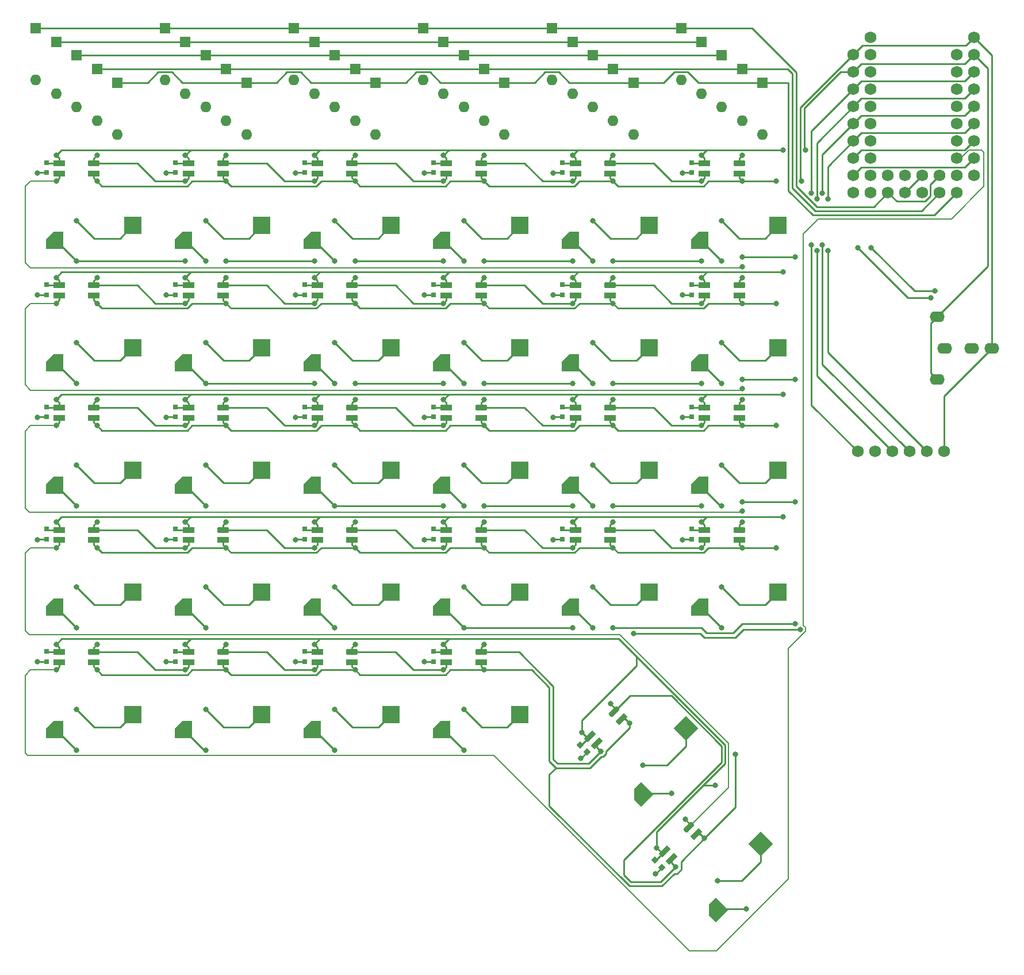
<source format=gtl>
G04 #@! TF.GenerationSoftware,KiCad,Pcbnew,(6.0.2)*
G04 #@! TF.CreationDate,2022-04-13T18:46:02+02:00*
G04 #@! TF.ProjectId,SPKB,53504b42-2e6b-4696-9361-645f70636258,rev?*
G04 #@! TF.SameCoordinates,Original*
G04 #@! TF.FileFunction,Copper,L1,Top*
G04 #@! TF.FilePolarity,Positive*
%FSLAX46Y46*%
G04 Gerber Fmt 4.6, Leading zero omitted, Abs format (unit mm)*
G04 Created by KiCad (PCBNEW (6.0.2)) date 2022-04-13 18:46:02*
%MOMM*%
%LPD*%
G01*
G04 APERTURE LIST*
G04 Aperture macros list*
%AMRoundRect*
0 Rectangle with rounded corners*
0 $1 Rounding radius*
0 $2 $3 $4 $5 $6 $7 $8 $9 X,Y pos of 4 corners*
0 Add a 4 corners polygon primitive as box body*
4,1,4,$2,$3,$4,$5,$6,$7,$8,$9,$2,$3,0*
0 Add four circle primitives for the rounded corners*
1,1,$1+$1,$2,$3*
1,1,$1+$1,$4,$5*
1,1,$1+$1,$6,$7*
1,1,$1+$1,$8,$9*
0 Add four rect primitives between the rounded corners*
20,1,$1+$1,$2,$3,$4,$5,0*
20,1,$1+$1,$4,$5,$6,$7,0*
20,1,$1+$1,$6,$7,$8,$9,0*
20,1,$1+$1,$8,$9,$2,$3,0*%
%AMRotRect*
0 Rectangle, with rotation*
0 The origin of the aperture is its center*
0 $1 length*
0 $2 width*
0 $3 Rotation angle, in degrees counterclockwise*
0 Add horizontal line*
21,1,$1,$2,0,0,$3*%
%AMOutline5P*
0 Free polygon, 5 corners , with rotation*
0 The origin of the aperture is its center*
0 number of corners: always 5*
0 $1 to $10 corner X, Y*
0 $11 Rotation angle, in degrees counterclockwise*
0 create outline with 5 corners*
4,1,5,$1,$2,$3,$4,$5,$6,$7,$8,$9,$10,$1,$2,$11*%
%AMOutline6P*
0 Free polygon, 6 corners , with rotation*
0 The origin of the aperture is its center*
0 number of corners: always 6*
0 $1 to $12 corner X, Y*
0 $13 Rotation angle, in degrees counterclockwise*
0 create outline with 6 corners*
4,1,6,$1,$2,$3,$4,$5,$6,$7,$8,$9,$10,$11,$12,$1,$2,$13*%
%AMOutline7P*
0 Free polygon, 7 corners , with rotation*
0 The origin of the aperture is its center*
0 number of corners: always 7*
0 $1 to $14 corner X, Y*
0 $15 Rotation angle, in degrees counterclockwise*
0 create outline with 7 corners*
4,1,7,$1,$2,$3,$4,$5,$6,$7,$8,$9,$10,$11,$12,$13,$14,$1,$2,$15*%
%AMOutline8P*
0 Free polygon, 8 corners , with rotation*
0 The origin of the aperture is its center*
0 number of corners: always 8*
0 $1 to $16 corner X, Y*
0 $17 Rotation angle, in degrees counterclockwise*
0 create outline with 8 corners*
4,1,8,$1,$2,$3,$4,$5,$6,$7,$8,$9,$10,$11,$12,$13,$14,$15,$16,$1,$2,$17*%
G04 Aperture macros list end*
G04 #@! TA.AperFunction,ComponentPad*
%ADD10O,2.200000X1.600000*%
G04 #@! TD*
G04 #@! TA.AperFunction,SMDPad,CuDef*
%ADD11Outline5P,-1.300000X0.130000X-0.130000X1.300000X1.300000X1.300000X1.300000X-1.300000X-1.300000X-1.300000X0.000000*%
G04 #@! TD*
G04 #@! TA.AperFunction,SMDPad,CuDef*
%ADD12R,2.600000X2.600000*%
G04 #@! TD*
G04 #@! TA.AperFunction,SMDPad,CuDef*
%ADD13RoundRect,0.205000X-0.645000X-0.205000X0.645000X-0.205000X0.645000X0.205000X-0.645000X0.205000X0*%
G04 #@! TD*
G04 #@! TA.AperFunction,SMDPad,CuDef*
%ADD14R,1.700000X0.820000*%
G04 #@! TD*
G04 #@! TA.AperFunction,SMDPad,CuDef*
%ADD15R,0.750000X0.800000*%
G04 #@! TD*
G04 #@! TA.AperFunction,ComponentPad*
%ADD16R,1.600000X1.600000*%
G04 #@! TD*
G04 #@! TA.AperFunction,ComponentPad*
%ADD17O,1.600000X1.600000*%
G04 #@! TD*
G04 #@! TA.AperFunction,ComponentPad*
%ADD18C,1.752600*%
G04 #@! TD*
G04 #@! TA.AperFunction,SMDPad,CuDef*
%ADD19Outline5P,-1.300000X0.130000X-0.130000X1.300000X1.300000X1.300000X1.300000X-1.300000X-1.300000X-1.300000X45.000000*%
G04 #@! TD*
G04 #@! TA.AperFunction,SMDPad,CuDef*
%ADD20RotRect,2.600000X2.600000X45.000000*%
G04 #@! TD*
G04 #@! TA.AperFunction,SMDPad,CuDef*
%ADD21RoundRect,0.205000X-0.311127X-0.601041X0.601041X0.311127X0.311127X0.601041X-0.601041X-0.311127X0*%
G04 #@! TD*
G04 #@! TA.AperFunction,SMDPad,CuDef*
%ADD22RotRect,1.700000X0.820000X45.000000*%
G04 #@! TD*
G04 #@! TA.AperFunction,SMDPad,CuDef*
%ADD23RotRect,0.800000X0.750000X315.000000*%
G04 #@! TD*
G04 #@! TA.AperFunction,ViaPad*
%ADD24C,0.800000*%
G04 #@! TD*
G04 #@! TA.AperFunction,Conductor*
%ADD25C,0.250000*%
G04 #@! TD*
G04 #@! TA.AperFunction,Conductor*
%ADD26C,0.200000*%
G04 #@! TD*
G04 APERTURE END LIST*
D10*
X165700000Y-81400000D03*
X165700000Y-72200000D03*
X166800000Y-76800000D03*
X173800000Y-76800000D03*
X170800000Y-76800000D03*
D11*
X92725000Y-60950000D03*
D12*
X104275000Y-58750000D03*
D13*
X98550000Y-49560000D03*
D14*
X98550000Y-51060000D03*
D15*
X91550000Y-50950000D03*
D14*
X93450000Y-51060000D03*
D15*
X91550000Y-49450000D03*
D14*
X93450000Y-49560000D03*
D11*
X92725000Y-96950000D03*
D12*
X104275000Y-94750000D03*
D13*
X98550000Y-85560000D03*
D14*
X98550000Y-87060000D03*
D15*
X91550000Y-86950000D03*
D14*
X93450000Y-87060000D03*
D15*
X91550000Y-85450000D03*
D14*
X93450000Y-85560000D03*
D11*
X130725000Y-60950000D03*
D12*
X142275000Y-58750000D03*
D13*
X136550000Y-49560000D03*
D14*
X136550000Y-51060000D03*
D15*
X129550000Y-50950000D03*
D14*
X131450000Y-51060000D03*
D15*
X129550000Y-49450000D03*
D14*
X131450000Y-49560000D03*
D11*
X92725000Y-78950000D03*
D12*
X104275000Y-76750000D03*
D13*
X98550000Y-67560000D03*
D14*
X98550000Y-69060000D03*
D15*
X91550000Y-68950000D03*
D14*
X93450000Y-69060000D03*
D15*
X91550000Y-67450000D03*
D14*
X93450000Y-67560000D03*
D11*
X35725000Y-96950000D03*
D12*
X47275000Y-94750000D03*
D13*
X41550000Y-85560000D03*
D14*
X41550000Y-87060000D03*
D15*
X34550000Y-86950000D03*
D14*
X36450000Y-87060000D03*
D15*
X34550000Y-85450000D03*
D14*
X36450000Y-85560000D03*
D16*
X112000000Y-31690000D03*
D17*
X112000000Y-39310000D03*
D11*
X35725000Y-132950000D03*
D12*
X47275000Y-130750000D03*
D13*
X41550000Y-121560000D03*
D14*
X41550000Y-123060000D03*
D15*
X34550000Y-122950000D03*
D14*
X36450000Y-123060000D03*
D15*
X34550000Y-121450000D03*
D14*
X36450000Y-121560000D03*
D11*
X73725000Y-132950000D03*
D12*
X85275000Y-130750000D03*
D13*
X79550000Y-121560000D03*
D14*
X79550000Y-123060000D03*
D15*
X72550000Y-122950000D03*
D14*
X74450000Y-123060000D03*
D15*
X72550000Y-121450000D03*
D14*
X74450000Y-121560000D03*
D11*
X35725000Y-60950000D03*
D12*
X47275000Y-58750000D03*
D13*
X41550000Y-49560000D03*
D14*
X41550000Y-51060000D03*
D15*
X34550000Y-50950000D03*
D14*
X36450000Y-51060000D03*
D15*
X34550000Y-49450000D03*
D14*
X36450000Y-49560000D03*
D16*
X80000000Y-35690000D03*
D17*
X80000000Y-43310000D03*
D16*
X64000000Y-37690000D03*
D17*
X64000000Y-45310000D03*
D16*
X71000000Y-29690000D03*
D17*
X71000000Y-37310000D03*
D16*
X102000000Y-37690000D03*
D17*
X102000000Y-45310000D03*
D11*
X111725000Y-114950000D03*
D12*
X123275000Y-112750000D03*
D13*
X117550000Y-103560000D03*
D14*
X117550000Y-105060000D03*
D15*
X110550000Y-104950000D03*
D14*
X112450000Y-105060000D03*
D15*
X110550000Y-103450000D03*
D14*
X112450000Y-103560000D03*
D16*
X137000000Y-35690000D03*
D17*
X137000000Y-43310000D03*
D11*
X73725000Y-96950000D03*
D12*
X85275000Y-94750000D03*
D13*
X79550000Y-85560000D03*
D14*
X79550000Y-87060000D03*
D15*
X72550000Y-86950000D03*
D14*
X74450000Y-87060000D03*
D15*
X72550000Y-85450000D03*
D14*
X74450000Y-85560000D03*
D16*
X109000000Y-29690000D03*
D17*
X109000000Y-37310000D03*
D16*
X140000000Y-37690000D03*
D17*
X140000000Y-45310000D03*
D11*
X54725000Y-78950000D03*
D12*
X66275000Y-76750000D03*
D13*
X60550000Y-67560000D03*
D14*
X60550000Y-69060000D03*
D15*
X53550000Y-68950000D03*
D14*
X55450000Y-69060000D03*
D15*
X53550000Y-67450000D03*
D14*
X55450000Y-67560000D03*
D16*
X134000000Y-33690000D03*
D17*
X134000000Y-41310000D03*
D16*
X61000000Y-35690000D03*
D17*
X61000000Y-43310000D03*
D18*
X166700000Y-92000000D03*
X154000000Y-92000000D03*
X156540000Y-92000000D03*
X159080000Y-92000000D03*
X161620000Y-92000000D03*
X164160000Y-92000000D03*
D16*
X36000000Y-31690000D03*
D17*
X36000000Y-39310000D03*
D11*
X54725000Y-132950000D03*
D12*
X66275000Y-130750000D03*
D13*
X60550000Y-121560000D03*
D14*
X60550000Y-123060000D03*
D15*
X53550000Y-122950000D03*
D14*
X55450000Y-123060000D03*
D15*
X53550000Y-121450000D03*
D14*
X55450000Y-121560000D03*
D16*
X131000000Y-31690000D03*
D17*
X131000000Y-39310000D03*
D11*
X111725000Y-78950000D03*
D12*
X123275000Y-76750000D03*
D13*
X117550000Y-67560000D03*
D14*
X117550000Y-69060000D03*
D15*
X110550000Y-68950000D03*
D14*
X112450000Y-69060000D03*
D15*
X110550000Y-67450000D03*
D14*
X112450000Y-67560000D03*
D16*
X33000000Y-29690000D03*
D17*
X33000000Y-37310000D03*
D11*
X54725000Y-96950000D03*
D12*
X66275000Y-94750000D03*
D13*
X60550000Y-85560000D03*
D14*
X60550000Y-87060000D03*
D15*
X53550000Y-86950000D03*
D14*
X55450000Y-87060000D03*
D15*
X53550000Y-85450000D03*
D14*
X55450000Y-85560000D03*
D11*
X130725000Y-114950000D03*
D12*
X142275000Y-112750000D03*
D13*
X136550000Y-103560000D03*
D14*
X136550000Y-105060000D03*
D15*
X129550000Y-104950000D03*
D14*
X131450000Y-105060000D03*
D15*
X129550000Y-103450000D03*
D14*
X131450000Y-103560000D03*
D16*
X90000000Y-29690000D03*
D17*
X90000000Y-37310000D03*
D16*
X55000000Y-31690000D03*
D17*
X55000000Y-39310000D03*
D16*
X115000000Y-33690000D03*
D17*
X115000000Y-41310000D03*
D16*
X128000000Y-29690000D03*
D17*
X128000000Y-37310000D03*
D11*
X92725000Y-132950000D03*
D12*
X104275000Y-130750000D03*
D13*
X98550000Y-121560000D03*
D14*
X98550000Y-123060000D03*
D15*
X91550000Y-122950000D03*
D14*
X93450000Y-123060000D03*
D15*
X91550000Y-121450000D03*
D14*
X93450000Y-121560000D03*
D19*
X122091511Y-142523060D03*
D20*
X128702959Y-132800342D03*
D21*
X118156461Y-130350217D03*
D22*
X119217122Y-131410877D03*
D23*
X114189592Y-136282843D03*
D22*
X115610877Y-135017122D03*
D23*
X113128932Y-135222183D03*
D22*
X114550217Y-133956461D03*
D16*
X52000000Y-29690000D03*
D17*
X52000000Y-37310000D03*
D16*
X83000000Y-37690000D03*
D17*
X83000000Y-45310000D03*
D16*
X121000000Y-37690000D03*
D17*
X121000000Y-45310000D03*
D16*
X58000000Y-33690000D03*
D17*
X58000000Y-41310000D03*
D11*
X73725000Y-114950000D03*
D12*
X85275000Y-112750000D03*
D13*
X79550000Y-103560000D03*
D14*
X79550000Y-105060000D03*
D15*
X72550000Y-104950000D03*
D14*
X74450000Y-105060000D03*
D15*
X72550000Y-103450000D03*
D14*
X74450000Y-103560000D03*
D16*
X42000000Y-35690000D03*
D17*
X42000000Y-43310000D03*
D11*
X130725000Y-78950000D03*
D12*
X142275000Y-76750000D03*
D13*
X136550000Y-67560000D03*
D14*
X136550000Y-69060000D03*
D15*
X129550000Y-68950000D03*
D14*
X131450000Y-69060000D03*
D15*
X129550000Y-67450000D03*
D14*
X131450000Y-67560000D03*
D11*
X92725000Y-114950000D03*
D12*
X104275000Y-112750000D03*
D13*
X98550000Y-103560000D03*
D14*
X98550000Y-105060000D03*
D15*
X91550000Y-104950000D03*
D14*
X93450000Y-105060000D03*
D15*
X91550000Y-103450000D03*
D14*
X93450000Y-103560000D03*
D11*
X73725000Y-60950000D03*
D12*
X85275000Y-58750000D03*
D13*
X79550000Y-49560000D03*
D14*
X79550000Y-51060000D03*
D15*
X72550000Y-50950000D03*
D14*
X74450000Y-51060000D03*
D15*
X72550000Y-49450000D03*
D14*
X74450000Y-49560000D03*
D16*
X118000000Y-35690000D03*
D17*
X118000000Y-43310000D03*
D19*
X133091511Y-159523060D03*
D20*
X139702959Y-149800342D03*
D21*
X129156461Y-147350217D03*
D22*
X130217122Y-148410877D03*
D23*
X125189592Y-153282843D03*
D22*
X126610877Y-152017122D03*
D23*
X124128932Y-152222183D03*
D22*
X125550217Y-150956461D03*
D11*
X54725000Y-114950000D03*
D12*
X66275000Y-112750000D03*
D13*
X60550000Y-103560000D03*
D14*
X60550000Y-105060000D03*
D15*
X53550000Y-104950000D03*
D14*
X55450000Y-105060000D03*
D15*
X53550000Y-103450000D03*
D14*
X55450000Y-103560000D03*
D11*
X130725000Y-96950000D03*
D12*
X142275000Y-94750000D03*
D13*
X136550000Y-85560000D03*
D14*
X136550000Y-87060000D03*
D15*
X129550000Y-86950000D03*
D14*
X131450000Y-87060000D03*
D15*
X129550000Y-85450000D03*
D14*
X131450000Y-85560000D03*
D11*
X111725000Y-96950000D03*
D12*
X123275000Y-94750000D03*
D13*
X117550000Y-85560000D03*
D14*
X117550000Y-87060000D03*
D15*
X110550000Y-86950000D03*
D14*
X112450000Y-87060000D03*
D15*
X110550000Y-85450000D03*
D14*
X112450000Y-85560000D03*
D16*
X99000000Y-35690000D03*
D17*
X99000000Y-43310000D03*
D18*
X171160000Y-31050000D03*
X153380000Y-33590000D03*
X171160000Y-33590000D03*
X153380000Y-36130000D03*
X171160000Y-36130000D03*
X153380000Y-38670000D03*
X153380000Y-41210000D03*
X171160000Y-38670000D03*
X153380000Y-43750000D03*
X171160000Y-41210000D03*
X171160000Y-43750000D03*
X153380000Y-46290000D03*
X153380000Y-48830000D03*
X171160000Y-46290000D03*
X171160000Y-48830000D03*
X153380000Y-51370000D03*
X153380000Y-53910000D03*
X171160000Y-51370000D03*
X155920000Y-53910000D03*
X158460000Y-53910000D03*
X166080000Y-51370000D03*
X163540000Y-51370000D03*
X161000000Y-53910000D03*
X161000000Y-51370000D03*
X163540000Y-53910000D03*
X166080000Y-53910000D03*
X158460000Y-51370000D03*
X168620000Y-53910000D03*
X155920000Y-51370000D03*
X155920000Y-48830000D03*
X168620000Y-48830000D03*
X155920000Y-46290000D03*
X155920000Y-43750000D03*
X168620000Y-46290000D03*
X168620000Y-43750000D03*
X155920000Y-41210000D03*
X168620000Y-41210000D03*
X155920000Y-38670000D03*
X168620000Y-38670000D03*
X155920000Y-36130000D03*
X168620000Y-36130000D03*
X155920000Y-33590000D03*
X155920000Y-31050000D03*
X168620000Y-33590000D03*
X168620000Y-51370000D03*
D16*
X96000000Y-33690000D03*
D17*
X96000000Y-41310000D03*
D11*
X73725000Y-78950000D03*
D12*
X85275000Y-76750000D03*
D13*
X79550000Y-67560000D03*
D14*
X79550000Y-69060000D03*
D15*
X72550000Y-68950000D03*
D14*
X74450000Y-69060000D03*
D15*
X72550000Y-67450000D03*
D14*
X74450000Y-67560000D03*
D11*
X35725000Y-78950000D03*
D12*
X47275000Y-76750000D03*
D13*
X41550000Y-67560000D03*
D14*
X41550000Y-69060000D03*
D15*
X34550000Y-68950000D03*
D14*
X36450000Y-69060000D03*
D15*
X34550000Y-67450000D03*
D14*
X36450000Y-67560000D03*
D11*
X54725000Y-60950000D03*
D12*
X66275000Y-58750000D03*
D13*
X60550000Y-49560000D03*
D14*
X60550000Y-51060000D03*
D15*
X53550000Y-50950000D03*
D14*
X55450000Y-51060000D03*
D15*
X53550000Y-49450000D03*
D14*
X55450000Y-49560000D03*
D16*
X45000000Y-37690000D03*
D17*
X45000000Y-45310000D03*
D16*
X77000000Y-33690000D03*
D17*
X77000000Y-41310000D03*
D11*
X111725000Y-60950000D03*
D12*
X123275000Y-58750000D03*
D13*
X117550000Y-49560000D03*
D14*
X117550000Y-51060000D03*
D15*
X110550000Y-50950000D03*
D14*
X112450000Y-51060000D03*
D15*
X110550000Y-49450000D03*
D14*
X112450000Y-49560000D03*
D16*
X74000000Y-31690000D03*
D17*
X74000000Y-39310000D03*
D11*
X35725000Y-114950000D03*
D12*
X47275000Y-112750000D03*
D13*
X41550000Y-103560000D03*
D14*
X41550000Y-105060000D03*
D15*
X34550000Y-104950000D03*
D14*
X36450000Y-105060000D03*
D15*
X34550000Y-103450000D03*
D14*
X36450000Y-103560000D03*
D16*
X93000000Y-31690000D03*
D17*
X93000000Y-39310000D03*
D16*
X39000000Y-33690000D03*
D17*
X39000000Y-41310000D03*
D24*
X77000000Y-76000000D03*
X77000000Y-130000000D03*
X96000000Y-94000000D03*
X96000000Y-130000000D03*
X137600000Y-159400000D03*
X134000000Y-64000000D03*
X134000000Y-118000000D03*
X134000000Y-82000000D03*
X134000000Y-100000000D03*
X99000000Y-64000000D03*
X39000000Y-64000000D03*
X39000000Y-136000000D03*
X39000000Y-100000000D03*
X55000000Y-64000000D03*
X61000000Y-64000000D03*
X93000000Y-64000000D03*
X118000000Y-64000000D03*
X112000000Y-64000000D03*
X39000000Y-118000000D03*
X80000000Y-64000000D03*
X131000000Y-64000000D03*
X74000000Y-64000000D03*
X144800000Y-63400000D03*
X39000000Y-82000000D03*
X137000000Y-63400000D03*
X80000000Y-82000000D03*
X131000000Y-82000000D03*
X118000000Y-82000000D03*
X74000000Y-82000000D03*
X112000000Y-82000000D03*
X58000000Y-82000000D03*
X58000000Y-100000000D03*
X58000000Y-64000000D03*
X137000000Y-81400000D03*
X93000000Y-82000000D03*
X58000000Y-136000000D03*
X99000000Y-82000000D03*
X58000000Y-118000000D03*
X144800000Y-81400000D03*
X77000000Y-118000000D03*
X131000000Y-100000000D03*
X118000000Y-100000000D03*
X112000000Y-100000000D03*
X77000000Y-136000000D03*
X99000000Y-100000000D03*
X77000000Y-64000000D03*
X137000000Y-99400000D03*
X77000000Y-100000000D03*
X93000000Y-100000000D03*
X77000000Y-82000000D03*
X144800000Y-99400000D03*
X115000000Y-100000000D03*
X115000000Y-64000000D03*
X145600000Y-118200000D03*
X121000000Y-118800000D03*
X126600000Y-142400000D03*
X115000000Y-82000000D03*
X115000000Y-118000000D03*
X96000000Y-100000000D03*
X96000000Y-118000000D03*
X96000000Y-136000000D03*
X144800000Y-117400000D03*
X96000000Y-82000000D03*
X112000000Y-118000000D03*
X118000000Y-118000000D03*
X96000000Y-64000000D03*
X134000000Y-76000000D03*
X148000000Y-54800000D03*
X148000000Y-62400000D03*
X148800000Y-61600000D03*
X148800000Y-54000000D03*
X149600000Y-62400000D03*
X149600000Y-54800000D03*
X154000000Y-62000000D03*
X164800000Y-69400000D03*
X156000000Y-62000000D03*
X165400000Y-68400000D03*
X36000000Y-124200000D03*
X143000000Y-83600000D03*
X36000000Y-48400000D03*
X36000000Y-84400000D03*
X113400000Y-133400000D03*
X93000000Y-102400000D03*
X146324500Y-47600000D03*
X36000000Y-66400000D03*
X93000000Y-48400000D03*
X55000000Y-120400000D03*
X74000000Y-102400000D03*
X74000000Y-48400000D03*
X36000000Y-102400000D03*
X74000000Y-84400000D03*
X131000000Y-102400000D03*
X133000000Y-141200000D03*
X112000000Y-102400000D03*
X55000000Y-102400000D03*
X112000000Y-48400000D03*
X74000000Y-66400000D03*
X55000000Y-48400000D03*
X74000000Y-120400000D03*
X131000000Y-84400000D03*
X131000000Y-48400000D03*
X112000000Y-66400000D03*
X124400000Y-150400000D03*
X36000000Y-120400000D03*
X131000000Y-66400000D03*
X143000000Y-101600000D03*
X55000000Y-84400000D03*
X111997488Y-84399999D03*
X55000000Y-66400000D03*
X93000000Y-84400000D03*
X93000000Y-66400000D03*
X143000000Y-47600000D03*
X93000000Y-120400000D03*
X143000000Y-65600000D03*
X118000000Y-48400000D03*
X131000000Y-52200000D03*
X33200000Y-123000000D03*
X71200000Y-87000000D03*
X90200000Y-69000000D03*
X137000000Y-106200000D03*
X33200000Y-87000000D03*
X61000000Y-124200000D03*
X128200000Y-87000000D03*
X145724500Y-52200000D03*
X42000000Y-70200000D03*
X42000000Y-106200000D03*
X99000000Y-52200000D03*
X33200000Y-51000000D03*
X109197488Y-86999999D03*
X61000000Y-106200000D03*
X42000000Y-124200000D03*
X124200000Y-154200000D03*
X120400000Y-132000000D03*
X113200000Y-137200000D03*
X118000000Y-52200000D03*
X128200000Y-69000000D03*
X142000000Y-88200000D03*
X109200000Y-105000000D03*
X52200000Y-51000000D03*
X136000000Y-136600000D03*
X71200000Y-105000000D03*
X61000000Y-88200000D03*
X80000000Y-52200000D03*
X90200000Y-105000000D03*
X90200000Y-51000000D03*
X118000000Y-70200000D03*
X109200000Y-69000000D03*
X80000000Y-88200000D03*
X61000000Y-70200000D03*
X52200000Y-123000000D03*
X128200000Y-105000000D03*
X131400000Y-149000000D03*
X71200000Y-69000000D03*
X109200000Y-51000000D03*
X99000000Y-88200000D03*
X80000000Y-106200000D03*
X142000000Y-70200000D03*
X52200000Y-105000000D03*
X80000000Y-124200000D03*
X52200000Y-87000000D03*
X42000000Y-88200000D03*
X128200000Y-51000000D03*
X90200000Y-123000000D03*
X90200000Y-87000000D03*
X99000000Y-124200000D03*
X33200000Y-69000000D03*
X52200000Y-69000000D03*
X137000000Y-70200000D03*
X61000000Y-52200000D03*
X80000000Y-70200000D03*
X137000000Y-52200000D03*
X42000000Y-52200000D03*
X99000000Y-106200000D03*
X71200000Y-51000000D03*
X99000000Y-70200000D03*
X118000000Y-106200000D03*
X142000000Y-52200000D03*
X117997488Y-88199999D03*
X137000000Y-88200000D03*
X33200000Y-105000000D03*
X71200000Y-123000000D03*
X142000000Y-106200000D03*
X137000000Y-48400000D03*
X137000000Y-66400000D03*
X36000000Y-52200000D03*
X137000000Y-64800000D03*
X131000000Y-88200000D03*
X117997488Y-84399999D03*
X118000000Y-102400000D03*
X131000000Y-106200000D03*
X127200000Y-153200000D03*
X117600000Y-129200000D03*
X112000000Y-52200000D03*
X99000000Y-48400000D03*
X93000000Y-70200000D03*
X80000000Y-66400000D03*
X61000000Y-66400000D03*
X74000000Y-70200000D03*
X55000000Y-52200000D03*
X42000000Y-48400000D03*
X55000000Y-70200000D03*
X42000000Y-66400000D03*
X147200000Y-61600000D03*
X147200000Y-54000000D03*
X134000000Y-58000000D03*
X134000000Y-94000000D03*
X134000000Y-112000000D03*
X133400000Y-155200000D03*
X115000000Y-58000000D03*
X115000000Y-76000000D03*
X115000000Y-94000000D03*
X115000000Y-112000000D03*
X122400000Y-138200000D03*
X96000000Y-58000000D03*
X96000000Y-76000000D03*
X96000000Y-112000000D03*
X77000000Y-58000000D03*
X77000000Y-94000000D03*
X77000000Y-112000000D03*
X58000000Y-58000000D03*
X58000000Y-76000000D03*
X58000000Y-94000000D03*
X58000000Y-112000000D03*
X58000000Y-130000000D03*
X39000000Y-58000000D03*
X39000000Y-76000000D03*
X39000000Y-94000000D03*
X39000000Y-112000000D03*
X39000000Y-130000000D03*
X118000000Y-66400000D03*
X131000000Y-70200000D03*
X137000000Y-84400000D03*
X137000000Y-82800000D03*
X36000000Y-70200000D03*
X36000000Y-88200000D03*
X137000000Y-100800000D03*
X137000000Y-102400000D03*
X36000000Y-106200000D03*
X128600000Y-146200000D03*
X99000000Y-66400000D03*
X112000000Y-70200000D03*
X99000000Y-84400000D03*
X111997488Y-88199999D03*
X112000000Y-106200000D03*
X99000000Y-102400000D03*
X116200000Y-136200000D03*
X99000000Y-120400000D03*
X80000000Y-48400000D03*
X93000000Y-52200000D03*
X80000000Y-84400000D03*
X93000000Y-88200000D03*
X80000000Y-102400000D03*
X93000000Y-106200000D03*
X80000000Y-120400000D03*
X93000000Y-124200000D03*
X61000000Y-48400000D03*
X74000000Y-52200000D03*
X74000000Y-88200000D03*
X61000000Y-84400000D03*
X61000000Y-102400000D03*
X74000000Y-106200000D03*
X61000000Y-120400000D03*
X74000000Y-124200000D03*
X42000000Y-84400000D03*
X55000000Y-88200000D03*
X42000000Y-102400000D03*
X55000000Y-106200000D03*
X55000000Y-124200000D03*
X42000000Y-120400000D03*
D25*
X166700000Y-83900000D02*
X173800000Y-76800000D01*
X166700000Y-92000000D02*
X166700000Y-83900000D01*
X121000000Y-37690000D02*
X125449520Y-37690000D01*
X92550480Y-37690000D02*
X102000000Y-37690000D01*
X110000000Y-36139520D02*
X111550480Y-37690000D01*
X87449520Y-37690000D02*
X89000000Y-36139520D01*
X129000000Y-36139520D02*
X130550480Y-37690000D01*
X127000000Y-36139520D02*
X129000000Y-36139520D01*
X54550480Y-37690000D02*
X64000000Y-37690000D01*
X45000000Y-37690000D02*
X49449520Y-37690000D01*
X108000000Y-36139520D02*
X110000000Y-36139520D01*
X147400000Y-57200000D02*
X143800000Y-53600000D01*
X91000000Y-36139520D02*
X92550480Y-37690000D01*
X49449520Y-37690000D02*
X51000000Y-36139520D01*
X106449520Y-37690000D02*
X108000000Y-36139520D01*
X125449520Y-37690000D02*
X127000000Y-36139520D01*
X53000000Y-36139520D02*
X54550480Y-37690000D01*
X70000000Y-36139520D02*
X72000000Y-36139520D01*
X111550480Y-37690000D02*
X121000000Y-37690000D01*
X165330000Y-57200000D02*
X147400000Y-57200000D01*
X72000000Y-36139520D02*
X73550480Y-37690000D01*
X130550480Y-37690000D02*
X140000000Y-37690000D01*
X143800000Y-37690000D02*
X140000000Y-37690000D01*
X51000000Y-36139520D02*
X53000000Y-36139520D01*
X73550480Y-37690000D02*
X83000000Y-37690000D01*
X168620000Y-53910000D02*
X165330000Y-57200000D01*
X64000000Y-37690000D02*
X68449520Y-37690000D01*
X89000000Y-36139520D02*
X91000000Y-36139520D01*
X102000000Y-37690000D02*
X106449520Y-37690000D01*
X83000000Y-37690000D02*
X87449520Y-37690000D01*
X68449520Y-37690000D02*
X70000000Y-36139520D01*
X143800000Y-53600000D02*
X143800000Y-37690000D01*
X166080000Y-53910000D02*
X163390000Y-56600000D01*
X143690000Y-35690000D02*
X137000000Y-35690000D01*
X80000000Y-35690000D02*
X99000000Y-35690000D01*
X163390000Y-56600000D02*
X147800000Y-56600000D01*
X99000000Y-35690000D02*
X118000000Y-35690000D01*
X144400000Y-53200000D02*
X144400000Y-36400000D01*
X61000000Y-35690000D02*
X80000000Y-35690000D01*
X42000000Y-35690000D02*
X61000000Y-35690000D01*
X144400000Y-36400000D02*
X143690000Y-35690000D01*
X118000000Y-35690000D02*
X137000000Y-35690000D01*
X147800000Y-56600000D02*
X144400000Y-53200000D01*
X77000000Y-33690000D02*
X96000000Y-33690000D01*
X115000000Y-33690000D02*
X134000000Y-33690000D01*
X58000000Y-33690000D02*
X77000000Y-33690000D01*
X96000000Y-33690000D02*
X115000000Y-33690000D01*
X39000000Y-33690000D02*
X58000000Y-33690000D01*
X55000000Y-31690000D02*
X74000000Y-31690000D01*
X36000000Y-31690000D02*
X55000000Y-31690000D01*
X74000000Y-31690000D02*
X93000000Y-31690000D01*
X112000000Y-31690000D02*
X131000000Y-31690000D01*
X93000000Y-31690000D02*
X112000000Y-31690000D01*
X161000000Y-53910000D02*
X163540000Y-51370000D01*
X148000000Y-56000000D02*
X156370000Y-56000000D01*
X71000000Y-29690000D02*
X90000000Y-29690000D01*
X145000000Y-36200000D02*
X145000000Y-53000000D01*
X159750000Y-55200000D02*
X158460000Y-53910000D01*
X145000000Y-53000000D02*
X148000000Y-56000000D01*
X163948204Y-55200000D02*
X159750000Y-55200000D01*
X128000000Y-29690000D02*
X138490000Y-29690000D01*
X164740811Y-54407393D02*
X163948204Y-55200000D01*
X33000000Y-29690000D02*
X52000000Y-29690000D01*
X138490000Y-29690000D02*
X145000000Y-36200000D01*
X109000000Y-29690000D02*
X128000000Y-29690000D01*
X156370000Y-56000000D02*
X158460000Y-53910000D01*
X164740811Y-52709189D02*
X164740811Y-54407393D01*
X90000000Y-29690000D02*
X109000000Y-29690000D01*
X52000000Y-29690000D02*
X71000000Y-29690000D01*
X166080000Y-51370000D02*
X164740811Y-52709189D01*
X77000000Y-76000000D02*
X79624521Y-78624521D01*
X79624521Y-78624521D02*
X83400479Y-78624521D01*
X83400479Y-78624521D02*
X85275000Y-76750000D01*
X83400479Y-132624521D02*
X85275000Y-130750000D01*
X77000000Y-130000000D02*
X79624521Y-132624521D01*
X79624521Y-132624521D02*
X83400479Y-132624521D01*
X102400479Y-96624521D02*
X104275000Y-94750000D01*
X96000000Y-94000000D02*
X98624521Y-96624521D01*
X98624521Y-96624521D02*
X102400479Y-96624521D01*
X96000000Y-130000000D02*
X98624521Y-132624521D01*
X98624521Y-132624521D02*
X102400479Y-132624521D01*
X102400479Y-132624521D02*
X104275000Y-130750000D01*
X133775000Y-100000000D02*
X130725000Y-96950000D01*
X130950000Y-114950000D02*
X130725000Y-114950000D01*
X134000000Y-64000000D02*
X130950000Y-60950000D01*
X130950000Y-60950000D02*
X130725000Y-60950000D01*
X134000000Y-100000000D02*
X133775000Y-100000000D01*
X130950000Y-78950000D02*
X130725000Y-78950000D01*
X133091511Y-159523060D02*
X133091511Y-159508489D01*
X133200000Y-159400000D02*
X137600000Y-159400000D01*
X134000000Y-82000000D02*
X130950000Y-78950000D01*
X134000000Y-118000000D02*
X130950000Y-114950000D01*
X134000000Y-118000000D02*
X133775000Y-118000000D01*
X133091511Y-159508489D02*
X133200000Y-159400000D01*
X99000000Y-64000000D02*
X112000000Y-64000000D01*
X39000000Y-64000000D02*
X35950000Y-60950000D01*
X35950000Y-96950000D02*
X35725000Y-96950000D01*
X35950000Y-78950000D02*
X35725000Y-78950000D01*
X39000000Y-136000000D02*
X35950000Y-132950000D01*
X39000000Y-82000000D02*
X35950000Y-78950000D01*
X39000000Y-100000000D02*
X35950000Y-96950000D01*
X80000000Y-64000000D02*
X93000000Y-64000000D01*
X118000000Y-64000000D02*
X131000000Y-64000000D01*
X39000000Y-118000000D02*
X35950000Y-114950000D01*
X35950000Y-60950000D02*
X35725000Y-60950000D01*
X137000000Y-63400000D02*
X144800000Y-63400000D01*
X35950000Y-114950000D02*
X35725000Y-114950000D01*
X61000000Y-64000000D02*
X74000000Y-64000000D01*
X39000000Y-64000000D02*
X55000000Y-64000000D01*
X35950000Y-132950000D02*
X35725000Y-132950000D01*
X58000000Y-64000000D02*
X54950000Y-60950000D01*
X54950000Y-60950000D02*
X54725000Y-60950000D01*
X58000000Y-82000000D02*
X74000000Y-82000000D01*
X58000000Y-136000000D02*
X57775000Y-136000000D01*
X80000000Y-82000000D02*
X93000000Y-82000000D01*
X137000000Y-81400000D02*
X144800000Y-81400000D01*
X58000000Y-82000000D02*
X54950000Y-78950000D01*
X118000000Y-82000000D02*
X131000000Y-82000000D01*
X144800000Y-81400000D02*
X145000000Y-81400000D01*
X99000000Y-82000000D02*
X112000000Y-82000000D01*
X54950000Y-114950000D02*
X54725000Y-114950000D01*
X54950000Y-78950000D02*
X54725000Y-78950000D01*
X58000000Y-100000000D02*
X54950000Y-96950000D01*
X57775000Y-136000000D02*
X54725000Y-132950000D01*
X54950000Y-96950000D02*
X54725000Y-96950000D01*
X58000000Y-118000000D02*
X54950000Y-114950000D01*
X77000000Y-100000000D02*
X93000000Y-100000000D01*
X137000000Y-99400000D02*
X144800000Y-99400000D01*
X77000000Y-136000000D02*
X73950000Y-132950000D01*
X73950000Y-114950000D02*
X73725000Y-114950000D01*
X77000000Y-118000000D02*
X73950000Y-114950000D01*
X77000000Y-64000000D02*
X73950000Y-60950000D01*
X118000000Y-100000000D02*
X131000000Y-100000000D01*
X73950000Y-60950000D02*
X73725000Y-60950000D01*
X77000000Y-82000000D02*
X73950000Y-78950000D01*
X77000000Y-100000000D02*
X73950000Y-96950000D01*
X99000000Y-100000000D02*
X112000000Y-100000000D01*
X73950000Y-96950000D02*
X73725000Y-96950000D01*
X73950000Y-78950000D02*
X73725000Y-78950000D01*
X73950000Y-132950000D02*
X73725000Y-132950000D01*
X132000000Y-119400000D02*
X136000000Y-119400000D01*
X111950000Y-96950000D02*
X111725000Y-96950000D01*
X115000000Y-100000000D02*
X111950000Y-96950000D01*
X122200000Y-142400000D02*
X126600000Y-142400000D01*
X115000000Y-118000000D02*
X111950000Y-114950000D01*
X115000000Y-64000000D02*
X111950000Y-60950000D01*
X136000000Y-119400000D02*
X136400000Y-119000000D01*
X131200000Y-119200000D02*
X131400000Y-119400000D01*
X130800000Y-118800000D02*
X131200000Y-119200000D01*
X114775000Y-64000000D02*
X115000000Y-64000000D01*
X131400000Y-119400000D02*
X132000000Y-119400000D01*
X137200000Y-118200000D02*
X145600000Y-118200000D01*
X115000000Y-82000000D02*
X111950000Y-78950000D01*
X136400000Y-119000000D02*
X137200000Y-118200000D01*
X111950000Y-60950000D02*
X111725000Y-60950000D01*
X121000000Y-118800000D02*
X130800000Y-118800000D01*
X111950000Y-114950000D02*
X111725000Y-114950000D01*
X111950000Y-78950000D02*
X111725000Y-78950000D01*
X137000000Y-117400000D02*
X144800000Y-117400000D01*
X92950000Y-132950000D02*
X92725000Y-132950000D01*
X96000000Y-118000000D02*
X92950000Y-114950000D01*
X92950000Y-60950000D02*
X96000000Y-64000000D01*
X96000000Y-118000000D02*
X112000000Y-118000000D01*
X92950000Y-114950000D02*
X92725000Y-114950000D01*
X96000000Y-100000000D02*
X92950000Y-96950000D01*
X131724511Y-118724511D02*
X135675489Y-118724511D01*
X131000000Y-118000000D02*
X131724511Y-118724511D01*
X136487693Y-117912307D02*
X137000000Y-117400000D01*
X92950000Y-78950000D02*
X92725000Y-78950000D01*
X135675489Y-118724511D02*
X136487693Y-117912307D01*
X118000000Y-118000000D02*
X131000000Y-118000000D01*
X92725000Y-60950000D02*
X92950000Y-60950000D01*
X96000000Y-136000000D02*
X92950000Y-132950000D01*
X96000000Y-82000000D02*
X92950000Y-78950000D01*
X92950000Y-96950000D02*
X92725000Y-96950000D01*
X134000000Y-76000000D02*
X136624521Y-78624521D01*
X136624521Y-78624521D02*
X140400479Y-78624521D01*
X140400479Y-78624521D02*
X142275000Y-76750000D01*
X169820811Y-40009189D02*
X171160000Y-38670000D01*
X148000000Y-47400000D02*
X148000000Y-54800000D01*
X148000000Y-62400000D02*
X148000000Y-80920000D01*
X153380000Y-41210000D02*
X154580811Y-40009189D01*
X153380000Y-41210000D02*
X148000000Y-46590000D01*
X148000000Y-46590000D02*
X148000000Y-47400000D01*
X148000000Y-80920000D02*
X159080000Y-92000000D01*
X154580811Y-40009189D02*
X169820811Y-40009189D01*
X169820811Y-42549189D02*
X171160000Y-41210000D01*
X153380000Y-43750000D02*
X154580811Y-42549189D01*
X148800000Y-52800000D02*
X148800000Y-54000000D01*
X148800000Y-48800000D02*
X148800000Y-52800000D01*
X154580811Y-42549189D02*
X169820811Y-42549189D01*
X153380000Y-43750000D02*
X148800000Y-48330000D01*
X148800000Y-79180000D02*
X161620000Y-92000000D01*
X148800000Y-61600000D02*
X148800000Y-79180000D01*
X148800000Y-48330000D02*
X148800000Y-48800000D01*
X153380000Y-46290000D02*
X154580811Y-45089189D01*
X149600000Y-62400000D02*
X149600000Y-77440000D01*
X169820811Y-45089189D02*
X171160000Y-43750000D01*
X153380000Y-46290000D02*
X149600000Y-50070000D01*
X149600000Y-50070000D02*
X149600000Y-54800000D01*
X154580811Y-45089189D02*
X169820811Y-45089189D01*
X149600000Y-77440000D02*
X164160000Y-92000000D01*
X153380000Y-48830000D02*
X154580811Y-47629189D01*
X169820811Y-47629189D02*
X171160000Y-46290000D01*
X154580811Y-47629189D02*
X169820811Y-47629189D01*
X164800000Y-69400000D02*
X161400000Y-69400000D01*
X169820811Y-50169189D02*
X171160000Y-48830000D01*
X154580811Y-50169189D02*
X169820811Y-50169189D01*
X153380000Y-51370000D02*
X154580811Y-50169189D01*
X161400000Y-69400000D02*
X154000000Y-62000000D01*
X162400000Y-68400000D02*
X156000000Y-62000000D01*
X165400000Y-68400000D02*
X162400000Y-68400000D01*
D26*
X32200000Y-124200000D02*
X36000000Y-124200000D01*
X146299511Y-118489748D02*
X143800000Y-120989259D01*
X167800000Y-57800000D02*
X148200000Y-57800000D01*
X31400000Y-136400000D02*
X31400000Y-125000000D01*
X148200000Y-57800000D02*
X146000000Y-60000000D01*
X31400000Y-125000000D02*
X32200000Y-124200000D01*
D25*
X36450000Y-123060000D02*
X36450000Y-123750000D01*
X36450000Y-123750000D02*
X36200000Y-124000000D01*
D26*
X168620000Y-48830000D02*
X169220362Y-48830000D01*
X146000000Y-117610741D02*
X146299511Y-117910252D01*
X143800000Y-155000000D02*
X133200000Y-165600000D01*
X172600000Y-53000000D02*
X167800000Y-57800000D01*
D25*
X36200000Y-124000000D02*
X36000000Y-124200000D01*
D26*
X172254189Y-47654189D02*
X172600000Y-48000000D01*
X170396173Y-47654189D02*
X172254189Y-47654189D01*
X146299511Y-117910252D02*
X146299511Y-118489748D01*
X31400000Y-125000000D02*
X32200000Y-124200000D01*
X169220362Y-48830000D02*
X170396173Y-47654189D01*
X129200000Y-165600000D02*
X100400000Y-136800000D01*
X143800000Y-120989259D02*
X143800000Y-155000000D01*
X146000000Y-60000000D02*
X146000000Y-117610741D01*
X100400000Y-136800000D02*
X31800000Y-136800000D01*
X172600000Y-48000000D02*
X172600000Y-53000000D01*
X133200000Y-165600000D02*
X129200000Y-165600000D01*
X31800000Y-136800000D02*
X31400000Y-136400000D01*
D25*
X55450000Y-48850000D02*
X55000000Y-48400000D01*
X91660000Y-121560000D02*
X91550000Y-121450000D01*
X74450000Y-102850000D02*
X74000000Y-102400000D01*
X93000000Y-48400000D02*
X93800000Y-47600000D01*
X93450000Y-49560000D02*
X93450000Y-48850000D01*
X112800000Y-65600000D02*
X131800000Y-65600000D01*
X131450000Y-48850000D02*
X131000000Y-48400000D01*
X113128932Y-135222183D02*
X113284495Y-135222183D01*
X112450000Y-84850000D02*
X112000000Y-84400000D01*
X131450000Y-49560000D02*
X131450000Y-48850000D01*
X34660000Y-103560000D02*
X34550000Y-103450000D01*
X154580811Y-34929189D02*
X169820811Y-34929189D01*
X131800000Y-101600000D02*
X143000000Y-101600000D01*
X91660000Y-67560000D02*
X91550000Y-67450000D01*
X74450000Y-120850000D02*
X74000000Y-120400000D01*
X74800000Y-65600000D02*
X93800000Y-65600000D01*
X110660000Y-67560000D02*
X110550000Y-67450000D01*
X36450000Y-49560000D02*
X34660000Y-49560000D01*
X153380000Y-36130000D02*
X154580811Y-34929189D01*
X173200000Y-35630000D02*
X173200000Y-64700000D01*
X110660000Y-49560000D02*
X110550000Y-49450000D01*
X112800000Y-47600000D02*
X131800000Y-47600000D01*
X36450000Y-49560000D02*
X36450000Y-48850000D01*
X55000000Y-120400000D02*
X55800000Y-119600000D01*
X53660000Y-85560000D02*
X53550000Y-85450000D01*
X164800000Y-76800000D02*
X164800000Y-73100000D01*
X55800000Y-65600000D02*
X56000000Y-65600000D01*
X55450000Y-66850000D02*
X55000000Y-66400000D01*
X74450000Y-66850000D02*
X74000000Y-66400000D01*
X36800000Y-83600000D02*
X44000000Y-83600000D01*
X55000000Y-48400000D02*
X55800000Y-47600000D01*
X93000000Y-66400000D02*
X93800000Y-65600000D01*
X129660000Y-85560000D02*
X129550000Y-85450000D01*
X36450000Y-102850000D02*
X36000000Y-102400000D01*
X55450000Y-49560000D02*
X53660000Y-49560000D01*
X164800000Y-73100000D02*
X165700000Y-72200000D01*
X53660000Y-49560000D02*
X53550000Y-49450000D01*
X55450000Y-67560000D02*
X55450000Y-66850000D01*
X34660000Y-49560000D02*
X34550000Y-49450000D01*
X36450000Y-103560000D02*
X34660000Y-103560000D01*
X151475718Y-36130000D02*
X153380000Y-36130000D01*
X74000000Y-66400000D02*
X74800000Y-65600000D01*
X112450000Y-49560000D02*
X110660000Y-49560000D01*
X36450000Y-66850000D02*
X36000000Y-66400000D01*
X112000000Y-66400000D02*
X112800000Y-65600000D01*
X131000000Y-48400000D02*
X131800000Y-47600000D01*
X131000000Y-102400000D02*
X131800000Y-101600000D01*
X91660000Y-103560000D02*
X91550000Y-103450000D01*
X112800000Y-83600000D02*
X131800000Y-83600000D01*
X55450000Y-121560000D02*
X53660000Y-121560000D01*
X113400000Y-131600000D02*
X121417859Y-123582141D01*
X93450000Y-121560000D02*
X93450000Y-120850000D01*
X134186197Y-138249520D02*
X131117858Y-141317858D01*
X131117858Y-141317858D02*
X124400000Y-148035717D01*
X36450000Y-67560000D02*
X36450000Y-66850000D01*
X55450000Y-84850000D02*
X55000000Y-84400000D01*
X55800000Y-101600000D02*
X56000000Y-101600000D01*
X34660000Y-121560000D02*
X34550000Y-121450000D01*
X173200000Y-64700000D02*
X165700000Y-72200000D01*
X55450000Y-85560000D02*
X53660000Y-85560000D01*
X124284495Y-152222183D02*
X125550217Y-150956461D01*
X44000000Y-119600000D02*
X56000000Y-119600000D01*
X169820811Y-34929189D02*
X171160000Y-33590000D01*
X36800000Y-65600000D02*
X44000000Y-65600000D01*
X93450000Y-66850000D02*
X93000000Y-66400000D01*
X112450000Y-102850000D02*
X112000000Y-102400000D01*
X74000000Y-120400000D02*
X74800000Y-119600000D01*
X112450000Y-66850000D02*
X112000000Y-66400000D01*
X74450000Y-84850000D02*
X74000000Y-84400000D01*
X55800000Y-83600000D02*
X56000000Y-83600000D01*
X131450000Y-85560000D02*
X129660000Y-85560000D01*
X44000000Y-47600000D02*
X56000000Y-47600000D01*
X74450000Y-103560000D02*
X74450000Y-102850000D01*
X72660000Y-85560000D02*
X72550000Y-85450000D01*
X124128932Y-152222183D02*
X124284495Y-152222183D01*
X131235716Y-141200000D02*
X133000000Y-141200000D01*
X56000000Y-119600000D02*
X74800000Y-119600000D01*
X93800000Y-119600000D02*
X118835718Y-119600000D01*
X93800000Y-47600000D02*
X112800000Y-47600000D01*
X131450000Y-102850000D02*
X131000000Y-102400000D01*
X91660000Y-49560000D02*
X91550000Y-49450000D01*
X112450000Y-85560000D02*
X110660000Y-85560000D01*
X74000000Y-102400000D02*
X74800000Y-101600000D01*
X131117858Y-141317858D02*
X131235716Y-141200000D01*
X112000000Y-102400000D02*
X112800000Y-101600000D01*
X44000000Y-101600000D02*
X56000000Y-101600000D01*
X36800000Y-119600000D02*
X44000000Y-119600000D01*
X55450000Y-103560000D02*
X53660000Y-103560000D01*
X93800000Y-65600000D02*
X112800000Y-65600000D01*
X56000000Y-83600000D02*
X74800000Y-83600000D01*
X93450000Y-85560000D02*
X93450000Y-84850000D01*
X36800000Y-101600000D02*
X44000000Y-101600000D01*
X93450000Y-67560000D02*
X93450000Y-66850000D01*
X74450000Y-121560000D02*
X74450000Y-120850000D01*
X131450000Y-67560000D02*
X129660000Y-67560000D01*
X56000000Y-47600000D02*
X74800000Y-47600000D01*
X36450000Y-85560000D02*
X34660000Y-85560000D01*
X129660000Y-67560000D02*
X129550000Y-67450000D01*
X36000000Y-84400000D02*
X36800000Y-83600000D01*
X72660000Y-67560000D02*
X72550000Y-67450000D01*
X131800000Y-83600000D02*
X143000000Y-83600000D01*
X36450000Y-85560000D02*
X36450000Y-84850000D01*
X110660000Y-85560000D02*
X110550000Y-85450000D01*
X131000000Y-66400000D02*
X131800000Y-65600000D01*
X93450000Y-84850000D02*
X93000000Y-84400000D01*
X91660000Y-85560000D02*
X91550000Y-85450000D01*
X72660000Y-103560000D02*
X72550000Y-103450000D01*
X36450000Y-103560000D02*
X36450000Y-102850000D01*
X93000000Y-84400000D02*
X93800000Y-83600000D01*
X112800000Y-101600000D02*
X131800000Y-101600000D01*
X93450000Y-48850000D02*
X93000000Y-48400000D01*
X55450000Y-120850000D02*
X55000000Y-120400000D01*
X131000000Y-84400000D02*
X131800000Y-83600000D01*
X131450000Y-85560000D02*
X131450000Y-84850000D01*
X164800000Y-80500000D02*
X165700000Y-81400000D01*
X112450000Y-48850000D02*
X112000000Y-48400000D01*
X131450000Y-49560000D02*
X129660000Y-49560000D01*
X53660000Y-103560000D02*
X53550000Y-103450000D01*
X74450000Y-85560000D02*
X74450000Y-84850000D01*
X34660000Y-85560000D02*
X34550000Y-85450000D01*
X93450000Y-121560000D02*
X91660000Y-121560000D01*
X121417859Y-123582141D02*
X121417859Y-122182141D01*
X112450000Y-103560000D02*
X112450000Y-102850000D01*
X131450000Y-84850000D02*
X131000000Y-84400000D01*
X74800000Y-119600000D02*
X93800000Y-119600000D01*
X55450000Y-103560000D02*
X55450000Y-102850000D01*
X36450000Y-48850000D02*
X36000000Y-48400000D01*
X74450000Y-67560000D02*
X72660000Y-67560000D01*
X55450000Y-121560000D02*
X55450000Y-120850000D01*
X36800000Y-47600000D02*
X44000000Y-47600000D01*
X124400000Y-148035717D02*
X124400000Y-150400000D01*
X93450000Y-49560000D02*
X91660000Y-49560000D01*
X164800000Y-80500000D02*
X164800000Y-76800000D01*
X74450000Y-67560000D02*
X74450000Y-66850000D01*
X129660000Y-103560000D02*
X129550000Y-103450000D01*
X113284495Y-135222183D02*
X114550217Y-133956461D01*
X55800000Y-47600000D02*
X56000000Y-47600000D01*
X74800000Y-83600000D02*
X93800000Y-83600000D01*
X131450000Y-103560000D02*
X131450000Y-102850000D01*
X93450000Y-85560000D02*
X91660000Y-85560000D01*
X74800000Y-47600000D02*
X93800000Y-47600000D01*
X36450000Y-121560000D02*
X34660000Y-121560000D01*
X44000000Y-83600000D02*
X56000000Y-83600000D01*
X146200000Y-47475500D02*
X146200000Y-41405718D01*
X93450000Y-120850000D02*
X93000000Y-120400000D01*
X74450000Y-121560000D02*
X72660000Y-121560000D01*
X112450000Y-85560000D02*
X112450000Y-84850000D01*
X131450000Y-103560000D02*
X129660000Y-103560000D01*
X36450000Y-67560000D02*
X34660000Y-67560000D01*
X131800000Y-47600000D02*
X143000000Y-47600000D01*
X134449520Y-137986198D02*
X134186197Y-138249520D01*
X93000000Y-102400000D02*
X93800000Y-101600000D01*
X131450000Y-67560000D02*
X131450000Y-66850000D01*
X93450000Y-102850000D02*
X93000000Y-102400000D01*
X55000000Y-84400000D02*
X55800000Y-83600000D01*
X93450000Y-67560000D02*
X91660000Y-67560000D01*
X74450000Y-85560000D02*
X72660000Y-85560000D01*
X36000000Y-48400000D02*
X36800000Y-47600000D01*
X112000000Y-84400000D02*
X112800000Y-83600000D01*
X114550217Y-133956461D02*
X113956461Y-133956461D01*
X112450000Y-67560000D02*
X112450000Y-66850000D01*
X55450000Y-49560000D02*
X55450000Y-48850000D01*
X124956461Y-150956461D02*
X124400000Y-150400000D01*
X121417859Y-122182141D02*
X134449520Y-135213803D01*
X53660000Y-67560000D02*
X53550000Y-67450000D01*
X113956461Y-133956461D02*
X113400000Y-133400000D01*
X36000000Y-66400000D02*
X36800000Y-65600000D01*
X74450000Y-49560000D02*
X72660000Y-49560000D01*
X93450000Y-103560000D02*
X93450000Y-102850000D01*
X112450000Y-67560000D02*
X110660000Y-67560000D01*
X110660000Y-103560000D02*
X110550000Y-103450000D01*
X55000000Y-102400000D02*
X55800000Y-101600000D01*
X113400000Y-133400000D02*
X113400000Y-131600000D01*
X56000000Y-65600000D02*
X74800000Y-65600000D01*
X55000000Y-66400000D02*
X55800000Y-65600000D01*
X44000000Y-65600000D02*
X56000000Y-65600000D01*
X36450000Y-120850000D02*
X36000000Y-120400000D01*
X74000000Y-84400000D02*
X74800000Y-83600000D01*
X55800000Y-119600000D02*
X56000000Y-119600000D01*
X36450000Y-84850000D02*
X36000000Y-84400000D01*
X55450000Y-102850000D02*
X55000000Y-102400000D01*
X53660000Y-121560000D02*
X53550000Y-121450000D01*
X131450000Y-66850000D02*
X131000000Y-66400000D01*
X118835718Y-119600000D02*
X121417859Y-122182141D01*
X93000000Y-120400000D02*
X93800000Y-119600000D01*
X72660000Y-49560000D02*
X72550000Y-49450000D01*
X146200000Y-41405718D02*
X151475718Y-36130000D01*
X55450000Y-67560000D02*
X53660000Y-67560000D01*
X74000000Y-48400000D02*
X74800000Y-47600000D01*
X36000000Y-120400000D02*
X36800000Y-119600000D01*
X146324500Y-47600000D02*
X146200000Y-47475500D01*
X129660000Y-49560000D02*
X129550000Y-49450000D01*
X74800000Y-101600000D02*
X93800000Y-101600000D01*
X112450000Y-49560000D02*
X112450000Y-48850000D01*
X134449520Y-135213803D02*
X134449520Y-137986198D01*
X74450000Y-49560000D02*
X74450000Y-48850000D01*
X112450000Y-103560000D02*
X110660000Y-103560000D01*
X72660000Y-121560000D02*
X72550000Y-121450000D01*
X56000000Y-101600000D02*
X74800000Y-101600000D01*
X36000000Y-102400000D02*
X36800000Y-101600000D01*
X171160000Y-33590000D02*
X173200000Y-35630000D01*
X125550217Y-150956461D02*
X124956461Y-150956461D01*
X74450000Y-48850000D02*
X74000000Y-48400000D01*
X55450000Y-85560000D02*
X55450000Y-84850000D01*
X165375480Y-72524520D02*
X165375480Y-72624520D01*
X34660000Y-67560000D02*
X34550000Y-67450000D01*
X36450000Y-121560000D02*
X36450000Y-120850000D01*
X93450000Y-103560000D02*
X91660000Y-103560000D01*
X131800000Y-65600000D02*
X143000000Y-65600000D01*
X93800000Y-83600000D02*
X112800000Y-83600000D01*
X93800000Y-101600000D02*
X112800000Y-101600000D01*
X74450000Y-103560000D02*
X72660000Y-103560000D01*
X112000000Y-48400000D02*
X112800000Y-47600000D01*
X131450000Y-51750000D02*
X131200000Y-52000000D01*
X126600000Y-52200000D02*
X131000000Y-52200000D01*
X117550000Y-49560000D02*
X117550000Y-48850000D01*
X131200000Y-52000000D02*
X131000000Y-52200000D01*
X123960000Y-49560000D02*
X126600000Y-52200000D01*
X117550000Y-48850000D02*
X118000000Y-48400000D01*
X131450000Y-51060000D02*
X131450000Y-51750000D01*
X117550000Y-49560000D02*
X123960000Y-49560000D01*
X80724511Y-70924511D02*
X80000000Y-70200000D01*
X153380000Y-33590000D02*
X154719189Y-32250811D01*
X137000000Y-88200000D02*
X132024614Y-88200000D01*
X90250000Y-50950000D02*
X90200000Y-51000000D01*
X117550000Y-51060000D02*
X117550000Y-51750000D01*
X60550000Y-105750000D02*
X61000000Y-106200000D01*
X91550000Y-50950000D02*
X90250000Y-50950000D01*
X61000000Y-52200000D02*
X56024614Y-52200000D01*
X113024614Y-88200000D02*
X112300103Y-88924511D01*
X116275489Y-136924511D02*
X114600000Y-138600000D01*
X60550000Y-51750000D02*
X61000000Y-52200000D01*
X41550000Y-87060000D02*
X41550000Y-87750000D01*
X131400000Y-149000000D02*
X128000000Y-152400000D01*
X42724511Y-124924511D02*
X42000000Y-124200000D01*
X136550000Y-69060000D02*
X136550000Y-69750000D01*
X98550000Y-51750000D02*
X99000000Y-52200000D01*
X74300103Y-106924511D02*
X61724511Y-106924511D01*
X41550000Y-69750000D02*
X42000000Y-70200000D01*
X53550000Y-104950000D02*
X52250000Y-104950000D01*
X80000000Y-124200000D02*
X75024614Y-124200000D01*
X131300103Y-88924511D02*
X118724511Y-88924511D01*
X41550000Y-123060000D02*
X41550000Y-123750000D01*
X56024614Y-124200000D02*
X55300103Y-124924511D01*
X112300103Y-88924511D02*
X99724511Y-88924511D01*
X98550000Y-105750000D02*
X99000000Y-106200000D01*
X145724500Y-52200000D02*
X145600000Y-52075500D01*
X118724511Y-52924511D02*
X118000000Y-52200000D01*
X136000000Y-144400000D02*
X136000000Y-136600000D01*
X80724511Y-124924511D02*
X80000000Y-124200000D01*
X113024614Y-70200000D02*
X112300103Y-70924511D01*
X116924511Y-136200000D02*
X116924511Y-136500103D01*
X118000000Y-88200000D02*
X113024614Y-88200000D01*
X118724511Y-70924511D02*
X118000000Y-70200000D01*
X55300103Y-52924511D02*
X42724511Y-52924511D01*
X136550000Y-87060000D02*
X136550000Y-87750000D01*
X154719189Y-32250811D02*
X169959189Y-32250811D01*
X72550000Y-122950000D02*
X71250000Y-122950000D01*
X56024614Y-106200000D02*
X55300103Y-106924511D01*
X109250000Y-68950000D02*
X109200000Y-69000000D01*
X109600000Y-138600000D02*
X108600000Y-137600000D01*
X60550000Y-69060000D02*
X60550000Y-69750000D01*
X61724511Y-88924511D02*
X61000000Y-88200000D01*
X79550000Y-105750000D02*
X80000000Y-106200000D01*
X79550000Y-87750000D02*
X80000000Y-88200000D01*
X90250000Y-68950000D02*
X90200000Y-69000000D01*
X117550000Y-87060000D02*
X117550000Y-87750000D01*
X129550000Y-86950000D02*
X128250000Y-86950000D01*
X79550000Y-123750000D02*
X80000000Y-124200000D01*
X119810877Y-131410877D02*
X120400000Y-132000000D01*
X34550000Y-122950000D02*
X33250000Y-122950000D01*
X52250000Y-50950000D02*
X52200000Y-51000000D01*
X99724511Y-106924511D02*
X99000000Y-106200000D01*
X131300103Y-70924511D02*
X118724511Y-70924511D01*
X53550000Y-122950000D02*
X52250000Y-122950000D01*
X98550000Y-105060000D02*
X98550000Y-105750000D01*
X99000000Y-88200000D02*
X94024614Y-88200000D01*
X33250000Y-104950000D02*
X33200000Y-105000000D01*
X60550000Y-87750000D02*
X61000000Y-88200000D01*
X72550000Y-86950000D02*
X71250000Y-86950000D01*
X80724511Y-52924511D02*
X80000000Y-52200000D01*
X75024614Y-52200000D02*
X74300103Y-52924511D01*
X137000000Y-52200000D02*
X142000000Y-52200000D01*
X132024614Y-52200000D02*
X131300103Y-52924511D01*
X91550000Y-86950000D02*
X90250000Y-86950000D01*
X125189592Y-153282843D02*
X124272435Y-154200000D01*
X136550000Y-51060000D02*
X136550000Y-51750000D01*
X60550000Y-123060000D02*
X60550000Y-123750000D01*
X112300103Y-106924511D02*
X99724511Y-106924511D01*
X136550000Y-105750000D02*
X137000000Y-106200000D01*
X113024614Y-52200000D02*
X112300103Y-52924511D01*
X128250000Y-86950000D02*
X128200000Y-87000000D01*
X33250000Y-122950000D02*
X33200000Y-123000000D01*
X60550000Y-69750000D02*
X61000000Y-70200000D01*
X132024614Y-106200000D02*
X131300103Y-106924511D01*
X120400000Y-132724511D02*
X116924511Y-136200000D01*
X117550000Y-69750000D02*
X118000000Y-70200000D01*
X136550000Y-105060000D02*
X136550000Y-105750000D01*
X61000000Y-106200000D02*
X56024614Y-106200000D01*
X109250000Y-104950000D02*
X109200000Y-105000000D01*
X93300103Y-88924511D02*
X80724511Y-88924511D01*
X34550000Y-50950000D02*
X33250000Y-50950000D01*
X52250000Y-104950000D02*
X52200000Y-105000000D01*
X72550000Y-68950000D02*
X71250000Y-68950000D01*
X55300103Y-106924511D02*
X42724511Y-106924511D01*
X71250000Y-104950000D02*
X71200000Y-105000000D01*
X136550000Y-69750000D02*
X137000000Y-70200000D01*
X112300103Y-70924511D02*
X99724511Y-70924511D01*
X98550000Y-123060000D02*
X98550000Y-123750000D01*
X61000000Y-88200000D02*
X56024614Y-88200000D01*
X118724511Y-88924511D02*
X118000000Y-88200000D01*
X42724511Y-88924511D02*
X42000000Y-88200000D01*
X109250000Y-86950000D02*
X109200000Y-87000000D01*
X53550000Y-68950000D02*
X52250000Y-68950000D01*
X33250000Y-50950000D02*
X33200000Y-51000000D01*
X56024614Y-70200000D02*
X55300103Y-70924511D01*
X108600000Y-126800000D02*
X106000000Y-124200000D01*
X98550000Y-87060000D02*
X98550000Y-87750000D01*
X127400000Y-154200000D02*
X127000000Y-154200000D01*
X128250000Y-68950000D02*
X128200000Y-69000000D01*
X60550000Y-51060000D02*
X60550000Y-51750000D01*
X53550000Y-50950000D02*
X52250000Y-50950000D01*
X41550000Y-87750000D02*
X42000000Y-88200000D01*
X98550000Y-51060000D02*
X98550000Y-51750000D01*
X117550000Y-105060000D02*
X117550000Y-105750000D01*
X108600000Y-139600000D02*
X109600000Y-138600000D01*
X137000000Y-52200000D02*
X132024614Y-52200000D01*
X71250000Y-68950000D02*
X71200000Y-69000000D01*
X99000000Y-124200000D02*
X94024614Y-124200000D01*
X130217122Y-148410877D02*
X130810877Y-148410877D01*
X118000000Y-70200000D02*
X113024614Y-70200000D01*
X129550000Y-68950000D02*
X128250000Y-68950000D01*
X137000000Y-106200000D02*
X142000000Y-106200000D01*
X99724511Y-70924511D02*
X99000000Y-70200000D01*
X173800000Y-33690000D02*
X173800000Y-74800000D01*
X34550000Y-104950000D02*
X33250000Y-104950000D01*
X171160000Y-31050000D02*
X173800000Y-33690000D01*
X91550000Y-122950000D02*
X90250000Y-122950000D01*
X94024614Y-106200000D02*
X93300103Y-106924511D01*
X75024614Y-106200000D02*
X74300103Y-106924511D01*
X94024614Y-124200000D02*
X93300103Y-124924511D01*
X108600000Y-137600000D02*
X108600000Y-126800000D01*
X61000000Y-70200000D02*
X56024614Y-70200000D01*
X41550000Y-69060000D02*
X41550000Y-69750000D01*
X61724511Y-52924511D02*
X61000000Y-52200000D01*
X42724511Y-70924511D02*
X42000000Y-70200000D01*
X33250000Y-68950000D02*
X33200000Y-69000000D01*
X80724511Y-106924511D02*
X80000000Y-106200000D01*
X127000000Y-154200000D02*
X125200000Y-156000000D01*
X116924511Y-136500103D02*
X116500103Y-136924511D01*
X137000000Y-106200000D02*
X132024614Y-106200000D01*
X114600000Y-138600000D02*
X109600000Y-138600000D01*
X80000000Y-70200000D02*
X75024614Y-70200000D01*
X99724511Y-52924511D02*
X99000000Y-52200000D01*
X128000000Y-153600000D02*
X127400000Y-154200000D01*
X98550000Y-69750000D02*
X99000000Y-70200000D01*
X41550000Y-51060000D02*
X41550000Y-51750000D01*
X55300103Y-124924511D02*
X42724511Y-124924511D01*
X106000000Y-124200000D02*
X99000000Y-124200000D01*
X98550000Y-69060000D02*
X98550000Y-69750000D01*
X145600000Y-41370000D02*
X153380000Y-33590000D01*
X117550000Y-51750000D02*
X118000000Y-52200000D01*
X71250000Y-86950000D02*
X71200000Y-87000000D01*
X118000000Y-52200000D02*
X113024614Y-52200000D01*
X120400000Y-132000000D02*
X120400000Y-132724511D01*
X79550000Y-69060000D02*
X79550000Y-69750000D01*
X99724511Y-88924511D02*
X99000000Y-88200000D01*
X108600000Y-144200000D02*
X108600000Y-139600000D01*
X94024614Y-70200000D02*
X93300103Y-70924511D01*
X74300103Y-124924511D02*
X61724511Y-124924511D01*
X61724511Y-124924511D02*
X61000000Y-124200000D01*
X34550000Y-68950000D02*
X33250000Y-68950000D01*
X137000000Y-70200000D02*
X132024614Y-70200000D01*
X91550000Y-104950000D02*
X90250000Y-104950000D01*
X42724511Y-106924511D02*
X42000000Y-106200000D01*
X99000000Y-52200000D02*
X94024614Y-52200000D01*
X145600000Y-52075500D02*
X145600000Y-41370000D01*
X169959189Y-32250811D02*
X171160000Y-31050000D01*
X113024614Y-106200000D02*
X112300103Y-106924511D01*
X90250000Y-104950000D02*
X90200000Y-105000000D01*
X117550000Y-87750000D02*
X118000000Y-88200000D01*
X109250000Y-50950000D02*
X109200000Y-51000000D01*
X41550000Y-105750000D02*
X42000000Y-106200000D01*
X99000000Y-106200000D02*
X94024614Y-106200000D01*
X91550000Y-68950000D02*
X90250000Y-68950000D01*
X55300103Y-70924511D02*
X42724511Y-70924511D01*
X75024614Y-70200000D02*
X74300103Y-70924511D01*
X173800000Y-74800000D02*
X173800000Y-76800000D01*
X52250000Y-86950000D02*
X52200000Y-87000000D01*
X137000000Y-70200000D02*
X142000000Y-70200000D01*
X125200000Y-156000000D02*
X120400000Y-156000000D01*
X53550000Y-86950000D02*
X52250000Y-86950000D01*
X132024614Y-70200000D02*
X131300103Y-70924511D01*
X61724511Y-70924511D02*
X61000000Y-70200000D01*
X75024614Y-88200000D02*
X74300103Y-88924511D01*
X119217122Y-131410877D02*
X119810877Y-131410877D01*
X74300103Y-88924511D02*
X61724511Y-88924511D01*
X131300103Y-106924511D02*
X118724511Y-106924511D01*
X79550000Y-87060000D02*
X79550000Y-87750000D01*
X34550000Y-86950000D02*
X33250000Y-86950000D01*
X75024614Y-124200000D02*
X74300103Y-124924511D01*
X128000000Y-152400000D02*
X128000000Y-153600000D01*
X114189592Y-136282843D02*
X113272435Y-137200000D01*
X110550000Y-104950000D02*
X109250000Y-104950000D01*
X52250000Y-68950000D02*
X52200000Y-69000000D01*
X131300103Y-52924511D02*
X118724511Y-52924511D01*
X52250000Y-122950000D02*
X52200000Y-123000000D01*
X128250000Y-50950000D02*
X128200000Y-51000000D01*
X41550000Y-123750000D02*
X42000000Y-124200000D01*
X93300103Y-124924511D02*
X80724511Y-124924511D01*
X136550000Y-51750000D02*
X137000000Y-52200000D01*
X80000000Y-106200000D02*
X75024614Y-106200000D01*
X72550000Y-50950000D02*
X71250000Y-50950000D01*
X110550000Y-50950000D02*
X109250000Y-50950000D01*
X110550000Y-86950000D02*
X109250000Y-86950000D01*
X130810877Y-148410877D02*
X131400000Y-149000000D01*
X131400000Y-149000000D02*
X136000000Y-144400000D01*
X56024614Y-52200000D02*
X55300103Y-52924511D01*
X79550000Y-51060000D02*
X79550000Y-51750000D01*
X72550000Y-104950000D02*
X71250000Y-104950000D01*
X90250000Y-86950000D02*
X90200000Y-87000000D01*
X33250000Y-86950000D02*
X33200000Y-87000000D01*
X90250000Y-122950000D02*
X90200000Y-123000000D01*
X124272435Y-154200000D02*
X124200000Y-154200000D01*
X80000000Y-88200000D02*
X75024614Y-88200000D01*
X41550000Y-51750000D02*
X42000000Y-52200000D01*
X113272435Y-137200000D02*
X113200000Y-137200000D01*
X129550000Y-50950000D02*
X128250000Y-50950000D01*
X42724511Y-52924511D02*
X42000000Y-52200000D01*
X118000000Y-106200000D02*
X113024614Y-106200000D01*
X117550000Y-69060000D02*
X117550000Y-69750000D01*
X93300103Y-52924511D02*
X80724511Y-52924511D01*
X93300103Y-106924511D02*
X80724511Y-106924511D01*
X98550000Y-123750000D02*
X99000000Y-124200000D01*
X61000000Y-124200000D02*
X56024614Y-124200000D01*
X137000000Y-88200000D02*
X142000000Y-88200000D01*
X94024614Y-52200000D02*
X93300103Y-52924511D01*
X120400000Y-156000000D02*
X108600000Y-144200000D01*
X98550000Y-87750000D02*
X99000000Y-88200000D01*
X117550000Y-105750000D02*
X118000000Y-106200000D01*
X118724511Y-106924511D02*
X118000000Y-106200000D01*
X74300103Y-52924511D02*
X61724511Y-52924511D01*
X61724511Y-106924511D02*
X61000000Y-106200000D01*
X93300103Y-70924511D02*
X80724511Y-70924511D01*
X116500103Y-136924511D02*
X116275489Y-136924511D01*
X60550000Y-87060000D02*
X60550000Y-87750000D01*
X129550000Y-104950000D02*
X128250000Y-104950000D01*
X56024614Y-88200000D02*
X55300103Y-88924511D01*
X74300103Y-70924511D02*
X61724511Y-70924511D01*
X79550000Y-105060000D02*
X79550000Y-105750000D01*
X79550000Y-69750000D02*
X80000000Y-70200000D01*
X110550000Y-68950000D02*
X109250000Y-68950000D01*
X55300103Y-88924511D02*
X42724511Y-88924511D01*
X60550000Y-105060000D02*
X60550000Y-105750000D01*
X128250000Y-104950000D02*
X128200000Y-105000000D01*
X71250000Y-122950000D02*
X71200000Y-123000000D01*
X112300103Y-52924511D02*
X99724511Y-52924511D01*
X80724511Y-88924511D02*
X80000000Y-88200000D01*
X132024614Y-88200000D02*
X131300103Y-88924511D01*
X79550000Y-123060000D02*
X79550000Y-123750000D01*
X99000000Y-70200000D02*
X94024614Y-70200000D01*
X136550000Y-87750000D02*
X137000000Y-88200000D01*
X80000000Y-52200000D02*
X75024614Y-52200000D01*
X41550000Y-105060000D02*
X41550000Y-105750000D01*
X60550000Y-123750000D02*
X61000000Y-124200000D01*
X71250000Y-50950000D02*
X71200000Y-51000000D01*
X94024614Y-88200000D02*
X93300103Y-88924511D01*
X79550000Y-51750000D02*
X80000000Y-52200000D01*
X136550000Y-49560000D02*
X136550000Y-48850000D01*
X136550000Y-48850000D02*
X137000000Y-48400000D01*
X36450000Y-51060000D02*
X36450000Y-51750000D01*
X36450000Y-51750000D02*
X36200000Y-52000000D01*
D26*
X32200000Y-52200000D02*
X31400000Y-53000000D01*
X31400000Y-53000000D02*
X31400000Y-64200000D01*
D25*
X36200000Y-52000000D02*
X36000000Y-52200000D01*
D26*
X31400000Y-64200000D02*
X32200000Y-65000000D01*
D25*
X136550000Y-67560000D02*
X136550000Y-66850000D01*
D26*
X32200000Y-65000000D02*
X136800000Y-65000000D01*
D25*
X136550000Y-66850000D02*
X137000000Y-66400000D01*
D26*
X136800000Y-65000000D02*
X137000000Y-64800000D01*
X32200000Y-52200000D02*
X36000000Y-52200000D01*
D25*
X126600000Y-88200000D02*
X131000000Y-88200000D01*
X131200000Y-88000000D02*
X131000000Y-88200000D01*
X131450000Y-87060000D02*
X131450000Y-87750000D01*
X117550000Y-85560000D02*
X123960000Y-85560000D01*
X131450000Y-87750000D02*
X131200000Y-88000000D01*
X117550000Y-84850000D02*
X118000000Y-84400000D01*
X117550000Y-85560000D02*
X117550000Y-84850000D01*
X123960000Y-85560000D02*
X126600000Y-88200000D01*
X131450000Y-105060000D02*
X131450000Y-105750000D01*
X117550000Y-103560000D02*
X117550000Y-102850000D01*
X126600000Y-106200000D02*
X131000000Y-106200000D01*
X117550000Y-103560000D02*
X123960000Y-103560000D01*
X117550000Y-102850000D02*
X118000000Y-102400000D01*
X131450000Y-105750000D02*
X131200000Y-106000000D01*
X131200000Y-106000000D02*
X131000000Y-106200000D01*
X123960000Y-103560000D02*
X126600000Y-106200000D01*
X126610877Y-152017122D02*
X126610877Y-152610877D01*
X134000000Y-137800000D02*
X119600000Y-152200000D01*
X118156461Y-130350217D02*
X118156461Y-129756461D01*
X118156461Y-130350217D02*
X120506678Y-128000000D01*
X118156461Y-129756461D02*
X117600000Y-129200000D01*
X120506678Y-128000000D02*
X126600000Y-128000000D01*
X125000000Y-155400000D02*
X127200000Y-153200000D01*
X126610877Y-152610877D02*
X127200000Y-153200000D01*
X119600000Y-154400000D02*
X120600000Y-155400000D01*
X134000000Y-135400000D02*
X134000000Y-137800000D01*
X119600000Y-152200000D02*
X119600000Y-154400000D01*
X126600000Y-128000000D02*
X134000000Y-135400000D01*
X120600000Y-155400000D02*
X125000000Y-155400000D01*
X112200000Y-52000000D02*
X112000000Y-52200000D01*
X112450000Y-51750000D02*
X112200000Y-52000000D01*
X98550000Y-49560000D02*
X98550000Y-48850000D01*
X98550000Y-49560000D02*
X104960000Y-49560000D01*
X107600000Y-52200000D02*
X112000000Y-52200000D01*
X104960000Y-49560000D02*
X107600000Y-52200000D01*
X112450000Y-51060000D02*
X112450000Y-51750000D01*
X98550000Y-48850000D02*
X99000000Y-48400000D01*
X93450000Y-69750000D02*
X93200000Y-70000000D01*
X85960000Y-67560000D02*
X88600000Y-70200000D01*
X79550000Y-67560000D02*
X85960000Y-67560000D01*
X79550000Y-66850000D02*
X80000000Y-66400000D01*
X93450000Y-69060000D02*
X93450000Y-69750000D01*
X79550000Y-67560000D02*
X79550000Y-66850000D01*
X88600000Y-70200000D02*
X93000000Y-70200000D01*
X93200000Y-70000000D02*
X93000000Y-70200000D01*
X60550000Y-67560000D02*
X60550000Y-66850000D01*
X74200000Y-70000000D02*
X74000000Y-70200000D01*
X74450000Y-69750000D02*
X74200000Y-70000000D01*
X69600000Y-70200000D02*
X74000000Y-70200000D01*
X66960000Y-67560000D02*
X69600000Y-70200000D01*
X74450000Y-69060000D02*
X74450000Y-69750000D01*
X60550000Y-67560000D02*
X66960000Y-67560000D01*
X60550000Y-66850000D02*
X61000000Y-66400000D01*
X41550000Y-48850000D02*
X42000000Y-48400000D01*
X55200000Y-52000000D02*
X55000000Y-52200000D01*
X55450000Y-51750000D02*
X55200000Y-52000000D01*
X47960000Y-49560000D02*
X50600000Y-52200000D01*
X41550000Y-49560000D02*
X41550000Y-48850000D01*
X55450000Y-51060000D02*
X55450000Y-51750000D01*
X41550000Y-49560000D02*
X47960000Y-49560000D01*
X50600000Y-52200000D02*
X55000000Y-52200000D01*
X41550000Y-66850000D02*
X42000000Y-66400000D01*
X55450000Y-69750000D02*
X55200000Y-70000000D01*
X47960000Y-67560000D02*
X50600000Y-70200000D01*
X41550000Y-67560000D02*
X41550000Y-66850000D01*
X55450000Y-69060000D02*
X55450000Y-69750000D01*
X50600000Y-70200000D02*
X55000000Y-70200000D01*
X41550000Y-67560000D02*
X47960000Y-67560000D01*
X55200000Y-70000000D02*
X55000000Y-70200000D01*
X147200000Y-85200000D02*
X154000000Y-92000000D01*
X153380000Y-38670000D02*
X147200000Y-44850000D01*
X147200000Y-44850000D02*
X147200000Y-45000000D01*
X153380000Y-38670000D02*
X154580811Y-37469189D01*
X147200000Y-45000000D02*
X147200000Y-54000000D01*
X147200000Y-61600000D02*
X147200000Y-85200000D01*
X169820811Y-37469189D02*
X171160000Y-36130000D01*
X154580811Y-37469189D02*
X169820811Y-37469189D01*
X136624521Y-60624521D02*
X140400479Y-60624521D01*
X134000000Y-58000000D02*
X136624521Y-60624521D01*
X140400479Y-60624521D02*
X142275000Y-58750000D01*
X136624521Y-96624521D02*
X140400479Y-96624521D01*
X134000000Y-94000000D02*
X136624521Y-96624521D01*
X140400479Y-96624521D02*
X142275000Y-94750000D01*
X136624521Y-114624521D02*
X140400479Y-114624521D01*
X134000000Y-112000000D02*
X136624521Y-114624521D01*
X140400479Y-114624521D02*
X142275000Y-112750000D01*
X136954275Y-155200000D02*
X133400000Y-155200000D01*
X139702959Y-149800342D02*
X139702959Y-152451316D01*
X139702959Y-152451316D02*
X136954275Y-155200000D01*
X115000000Y-58000000D02*
X117624521Y-60624521D01*
X117624521Y-60624521D02*
X121400479Y-60624521D01*
X121400479Y-60624521D02*
X123275000Y-58750000D01*
X117624521Y-78624521D02*
X121400479Y-78624521D01*
X121400479Y-78624521D02*
X123275000Y-76750000D01*
X115000000Y-76000000D02*
X117624521Y-78624521D01*
X117624521Y-96624521D02*
X121400479Y-96624521D01*
X121400479Y-96624521D02*
X123275000Y-94750000D01*
X115000000Y-94000000D02*
X117624521Y-96624521D01*
X117624521Y-114624521D02*
X121400479Y-114624521D01*
X121400479Y-114624521D02*
X123275000Y-112750000D01*
X115000000Y-112000000D02*
X117624521Y-114624521D01*
X128702959Y-135451316D02*
X125954275Y-138200000D01*
X125954275Y-138200000D02*
X122400000Y-138200000D01*
X128702959Y-132800342D02*
X128702959Y-135451316D01*
X96000000Y-58000000D02*
X98624521Y-60624521D01*
X98624521Y-60624521D02*
X102400479Y-60624521D01*
X102400479Y-60624521D02*
X104275000Y-58750000D01*
X96000000Y-76000000D02*
X98624521Y-78624521D01*
X98624521Y-78624521D02*
X102400479Y-78624521D01*
X102400479Y-78624521D02*
X104275000Y-76750000D01*
X98624521Y-114624521D02*
X102400479Y-114624521D01*
X102400479Y-114624521D02*
X104275000Y-112750000D01*
X96000000Y-112000000D02*
X98624521Y-114624521D01*
X77000000Y-58000000D02*
X79624521Y-60624521D01*
X83400479Y-60624521D02*
X85275000Y-58750000D01*
X79624521Y-60624521D02*
X83400479Y-60624521D01*
X83400479Y-96624521D02*
X85275000Y-94750000D01*
X77000000Y-94000000D02*
X79624521Y-96624521D01*
X79624521Y-96624521D02*
X83400479Y-96624521D01*
X79624521Y-114624521D02*
X83400479Y-114624521D01*
X77000000Y-112000000D02*
X79624521Y-114624521D01*
X83400479Y-114624521D02*
X85275000Y-112750000D01*
X60624521Y-60624521D02*
X64400479Y-60624521D01*
X58000000Y-58000000D02*
X60624521Y-60624521D01*
X64400479Y-60624521D02*
X66275000Y-58750000D01*
X64400479Y-78624521D02*
X66275000Y-76750000D01*
X58000000Y-76000000D02*
X60624521Y-78624521D01*
X60624521Y-78624521D02*
X64400479Y-78624521D01*
X58000000Y-94000000D02*
X60624521Y-96624521D01*
X64400479Y-96624521D02*
X66275000Y-94750000D01*
X60624521Y-96624521D02*
X64400479Y-96624521D01*
X58000000Y-112000000D02*
X60624521Y-114624521D01*
X60624521Y-114624521D02*
X64400479Y-114624521D01*
X64400479Y-114624521D02*
X66275000Y-112750000D01*
X58000000Y-130000000D02*
X60624521Y-132624521D01*
X64400479Y-132624521D02*
X66275000Y-130750000D01*
X60624521Y-132624521D02*
X64400479Y-132624521D01*
X41624521Y-60624521D02*
X45400479Y-60624521D01*
X39000000Y-58000000D02*
X41624521Y-60624521D01*
X45400479Y-60624521D02*
X47275000Y-58750000D01*
X39000000Y-76000000D02*
X41624521Y-78624521D01*
X41624521Y-78624521D02*
X45400479Y-78624521D01*
X45400479Y-78624521D02*
X47275000Y-76750000D01*
X41624521Y-96624521D02*
X45400479Y-96624521D01*
X39000000Y-94000000D02*
X41624521Y-96624521D01*
X45400479Y-96624521D02*
X47275000Y-94750000D01*
X41624521Y-114624521D02*
X45400479Y-114624521D01*
X45400479Y-114624521D02*
X47275000Y-112750000D01*
X39000000Y-112000000D02*
X41624521Y-114624521D01*
X39000000Y-130000000D02*
X41624521Y-132624521D01*
X41624521Y-132624521D02*
X45400479Y-132624521D01*
X45400479Y-132624521D02*
X47275000Y-130750000D01*
X131200000Y-70000000D02*
X131000000Y-70200000D01*
X117550000Y-67560000D02*
X117550000Y-66850000D01*
X131450000Y-69750000D02*
X131200000Y-70000000D01*
X131450000Y-69060000D02*
X131450000Y-69750000D01*
X123960000Y-67560000D02*
X126600000Y-70200000D01*
X117550000Y-66850000D02*
X118000000Y-66400000D01*
X126600000Y-70200000D02*
X131000000Y-70200000D01*
X117550000Y-67560000D02*
X123960000Y-67560000D01*
D26*
X32200000Y-70200000D02*
X36000000Y-70200000D01*
D25*
X36450000Y-69060000D02*
X36450000Y-69750000D01*
D26*
X32200000Y-70200000D02*
X31400000Y-71000000D01*
D25*
X36450000Y-69750000D02*
X36200000Y-70000000D01*
X136550000Y-84850000D02*
X137000000Y-84400000D01*
D26*
X32200000Y-70200000D02*
X31400000Y-71000000D01*
D25*
X136550000Y-85560000D02*
X136550000Y-84850000D01*
D26*
X32200000Y-83000000D02*
X136800000Y-83000000D01*
X31400000Y-82200000D02*
X32200000Y-83000000D01*
D25*
X36200000Y-70000000D02*
X36000000Y-70200000D01*
D26*
X136800000Y-83000000D02*
X137000000Y-82800000D01*
X31400000Y-71000000D02*
X31400000Y-82200000D01*
X32200000Y-88200000D02*
X36000000Y-88200000D01*
X32200000Y-88200000D02*
X31400000Y-89000000D01*
D25*
X36450000Y-87750000D02*
X36200000Y-88000000D01*
X36200000Y-88000000D02*
X36000000Y-88200000D01*
D26*
X136800000Y-101000000D02*
X137000000Y-100800000D01*
D25*
X136550000Y-102850000D02*
X137000000Y-102400000D01*
D26*
X31400000Y-100400000D02*
X32000000Y-101000000D01*
D25*
X36450000Y-87060000D02*
X36450000Y-87750000D01*
X136550000Y-103560000D02*
X136550000Y-102850000D01*
D26*
X32000000Y-101000000D02*
X136800000Y-101000000D01*
X31400000Y-89000000D02*
X31400000Y-100400000D01*
X137000000Y-100800000D02*
X137200000Y-100600000D01*
X32200000Y-106200000D02*
X31400000Y-107000000D01*
D25*
X36450000Y-105060000D02*
X36450000Y-105750000D01*
X36200000Y-106000000D02*
X36000000Y-106200000D01*
X129156461Y-146756461D02*
X128600000Y-146200000D01*
D26*
X31400000Y-107000000D02*
X31400000Y-118400000D01*
X135000000Y-141506678D02*
X129156461Y-147350217D01*
X36000000Y-106200000D02*
X32200000Y-106200000D01*
D25*
X36450000Y-105750000D02*
X36200000Y-106000000D01*
D26*
X31400000Y-118400000D02*
X32000001Y-118999999D01*
X32000001Y-118999999D02*
X119000000Y-119000000D01*
D25*
X129156461Y-147350217D02*
X129156461Y-146756461D01*
D26*
X119000000Y-119000000D02*
X135000000Y-135000000D01*
X135000000Y-135000000D02*
X135000000Y-141506678D01*
D25*
X112200000Y-70000000D02*
X112000000Y-70200000D01*
X104960000Y-67560000D02*
X107600000Y-70200000D01*
X112450000Y-69750000D02*
X112200000Y-70000000D01*
X98550000Y-67560000D02*
X98550000Y-66850000D01*
X112450000Y-69060000D02*
X112450000Y-69750000D01*
X98550000Y-66850000D02*
X99000000Y-66400000D01*
X107600000Y-70200000D02*
X112000000Y-70200000D01*
X98550000Y-67560000D02*
X104960000Y-67560000D01*
X107600000Y-88200000D02*
X112000000Y-88200000D01*
X112450000Y-87060000D02*
X112450000Y-87750000D01*
X98550000Y-85560000D02*
X98550000Y-84850000D01*
X104960000Y-85560000D02*
X107600000Y-88200000D01*
X112200000Y-88000000D02*
X112000000Y-88200000D01*
X98550000Y-85560000D02*
X104960000Y-85560000D01*
X98550000Y-84850000D02*
X99000000Y-84400000D01*
X112450000Y-87750000D02*
X112200000Y-88000000D01*
X112450000Y-105060000D02*
X112450000Y-105750000D01*
X98550000Y-102850000D02*
X99000000Y-102400000D01*
X98550000Y-103560000D02*
X98550000Y-102850000D01*
X107600000Y-106200000D02*
X112000000Y-106200000D01*
X112200000Y-106000000D02*
X112000000Y-106200000D01*
X104960000Y-103560000D02*
X107600000Y-106200000D01*
X112450000Y-105750000D02*
X112200000Y-106000000D01*
X98550000Y-103560000D02*
X104960000Y-103560000D01*
X98550000Y-121560000D02*
X98550000Y-120850000D01*
X114400000Y-138000000D02*
X116200000Y-136200000D01*
X109200000Y-126600000D02*
X109200000Y-137400000D01*
X98550000Y-121560000D02*
X104160000Y-121560000D01*
X115610877Y-135017122D02*
X115610877Y-135610877D01*
X115610877Y-135610877D02*
X116200000Y-136200000D01*
X104160000Y-121560000D02*
X109200000Y-126600000D01*
X109800000Y-138000000D02*
X114400000Y-138000000D01*
X98550000Y-120850000D02*
X99000000Y-120400000D01*
X109200000Y-137400000D02*
X109800000Y-138000000D01*
X79550000Y-49560000D02*
X85960000Y-49560000D01*
X88600000Y-52200000D02*
X93000000Y-52200000D01*
X85960000Y-49560000D02*
X88600000Y-52200000D01*
X93200000Y-52000000D02*
X93000000Y-52200000D01*
X79550000Y-49560000D02*
X79550000Y-48850000D01*
X79550000Y-48850000D02*
X80000000Y-48400000D01*
X93450000Y-51060000D02*
X93450000Y-51750000D01*
X93450000Y-51750000D02*
X93200000Y-52000000D01*
X93450000Y-87060000D02*
X93450000Y-87750000D01*
X93450000Y-87750000D02*
X93200000Y-88000000D01*
X79550000Y-84850000D02*
X80000000Y-84400000D01*
X93200000Y-88000000D02*
X93000000Y-88200000D01*
X79550000Y-85560000D02*
X79550000Y-84850000D01*
X79550000Y-85560000D02*
X85960000Y-85560000D01*
X88600000Y-88200000D02*
X93000000Y-88200000D01*
X85960000Y-85560000D02*
X88600000Y-88200000D01*
X79550000Y-103560000D02*
X79550000Y-102850000D01*
X85960000Y-103560000D02*
X88600000Y-106200000D01*
X79550000Y-103560000D02*
X85960000Y-103560000D01*
X93450000Y-105060000D02*
X93450000Y-105750000D01*
X79550000Y-102850000D02*
X80000000Y-102400000D01*
X88600000Y-106200000D02*
X93000000Y-106200000D01*
X93450000Y-105750000D02*
X93200000Y-106000000D01*
X93200000Y-106000000D02*
X93000000Y-106200000D01*
X79550000Y-121560000D02*
X79550000Y-120850000D01*
X79550000Y-120850000D02*
X80000000Y-120400000D01*
X93450000Y-123060000D02*
X93450000Y-123750000D01*
X93200000Y-124000000D02*
X93000000Y-124200000D01*
X93450000Y-123750000D02*
X93200000Y-124000000D01*
X88600000Y-124200000D02*
X93000000Y-124200000D01*
X79550000Y-121560000D02*
X85960000Y-121560000D01*
X85960000Y-121560000D02*
X88600000Y-124200000D01*
X60550000Y-49560000D02*
X60550000Y-48850000D01*
X66960000Y-49560000D02*
X69600000Y-52200000D01*
X60550000Y-48850000D02*
X61000000Y-48400000D01*
X60550000Y-49560000D02*
X66960000Y-49560000D01*
X74200000Y-52000000D02*
X74000000Y-52200000D01*
X74450000Y-51060000D02*
X74450000Y-51750000D01*
X69600000Y-52200000D02*
X74000000Y-52200000D01*
X74450000Y-51750000D02*
X74200000Y-52000000D01*
X74450000Y-87750000D02*
X74200000Y-88000000D01*
X66960000Y-85560000D02*
X69600000Y-88200000D01*
X60550000Y-84850000D02*
X61000000Y-84400000D01*
X60550000Y-85560000D02*
X66960000Y-85560000D01*
X74450000Y-87060000D02*
X74450000Y-87750000D01*
X69600000Y-88200000D02*
X74000000Y-88200000D01*
X60550000Y-85560000D02*
X60550000Y-84850000D01*
X74200000Y-88000000D02*
X74000000Y-88200000D01*
X69600000Y-106200000D02*
X74000000Y-106200000D01*
X66960000Y-103560000D02*
X69600000Y-106200000D01*
X74200000Y-106000000D02*
X74000000Y-106200000D01*
X74450000Y-105060000D02*
X74450000Y-105750000D01*
X74450000Y-105750000D02*
X74200000Y-106000000D01*
X60550000Y-103560000D02*
X60550000Y-102850000D01*
X60550000Y-103560000D02*
X66960000Y-103560000D01*
X60550000Y-102850000D02*
X61000000Y-102400000D01*
X60550000Y-121560000D02*
X60550000Y-120850000D01*
X60550000Y-121560000D02*
X66960000Y-121560000D01*
X69600000Y-124200000D02*
X74000000Y-124200000D01*
X74450000Y-123060000D02*
X74450000Y-123750000D01*
X74200000Y-124000000D02*
X74000000Y-124200000D01*
X66960000Y-121560000D02*
X69600000Y-124200000D01*
X74450000Y-123750000D02*
X74200000Y-124000000D01*
X60550000Y-120850000D02*
X61000000Y-120400000D01*
X55450000Y-87750000D02*
X55200000Y-88000000D01*
X41550000Y-85560000D02*
X47960000Y-85560000D01*
X41550000Y-84850000D02*
X42000000Y-84400000D01*
X50600000Y-88200000D02*
X55000000Y-88200000D01*
X55450000Y-87060000D02*
X55450000Y-87750000D01*
X47960000Y-85560000D02*
X50600000Y-88200000D01*
X41550000Y-85560000D02*
X41550000Y-84850000D01*
X55200000Y-88000000D02*
X55000000Y-88200000D01*
X50600000Y-106200000D02*
X55000000Y-106200000D01*
X55200000Y-106000000D02*
X55000000Y-106200000D01*
X41550000Y-103560000D02*
X41550000Y-102850000D01*
X55450000Y-105750000D02*
X55200000Y-106000000D01*
X41550000Y-103560000D02*
X47960000Y-103560000D01*
X47960000Y-103560000D02*
X50600000Y-106200000D01*
X41550000Y-102850000D02*
X42000000Y-102400000D01*
X55450000Y-105060000D02*
X55450000Y-105750000D01*
X55450000Y-123750000D02*
X55200000Y-124000000D01*
X41550000Y-120850000D02*
X42000000Y-120400000D01*
X47960000Y-121560000D02*
X50600000Y-124200000D01*
X50600000Y-124200000D02*
X55000000Y-124200000D01*
X41550000Y-121560000D02*
X47960000Y-121560000D01*
X55450000Y-123060000D02*
X55450000Y-123750000D01*
X55200000Y-124000000D02*
X55000000Y-124200000D01*
X41550000Y-121560000D02*
X41550000Y-120850000D01*
M02*

</source>
